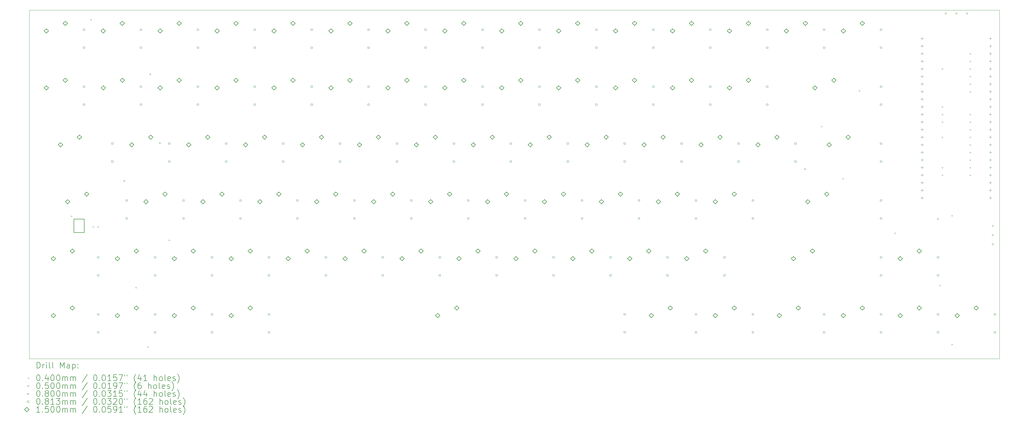
<source format=gbr>
%TF.GenerationSoftware,KiCad,Pcbnew,7.0.10*%
%TF.CreationDate,2024-01-23T22:18:14-03:00*%
%TF.ProjectId,PCB,5043422e-6b69-4636-9164-5f7063625858,V1.0*%
%TF.SameCoordinates,Original*%
%TF.FileFunction,Drillmap*%
%TF.FilePolarity,Positive*%
%FSLAX45Y45*%
G04 Gerber Fmt 4.5, Leading zero omitted, Abs format (unit mm)*
G04 Created by KiCad (PCBNEW 7.0.10) date 2024-01-23 22:18:14*
%MOMM*%
%LPD*%
G01*
G04 APERTURE LIST*
%ADD10C,0.100000*%
%ADD11C,0.150000*%
%ADD12C,0.200000*%
G04 APERTURE END LIST*
D10*
X2857500Y-2857500D02*
X35321875Y-2857500D01*
X35321875Y-14525625D01*
X2857500Y-14525625D01*
X2857500Y-2857500D01*
D11*
X4699375Y-9847500D02*
X4699375Y-10297500D01*
X4699375Y-9847500D02*
X4349375Y-9847500D01*
X4349375Y-10297500D02*
X4699375Y-10297500D01*
X4349375Y-9847500D02*
X4349375Y-10297500D01*
D12*
D10*
X4251611Y-9731316D02*
X4291611Y-9771316D01*
X4291611Y-9731316D02*
X4251611Y-9771316D01*
X4901250Y-3155000D02*
X4941250Y-3195000D01*
X4941250Y-3155000D02*
X4901250Y-3195000D01*
X4977455Y-10090335D02*
X5017455Y-10130335D01*
X5017455Y-10090335D02*
X4977455Y-10130335D01*
X5139375Y-10090610D02*
X5179375Y-10130610D01*
X5179375Y-10090610D02*
X5139375Y-10130610D01*
X6012500Y-8552500D02*
X6052500Y-8592500D01*
X6052500Y-8552500D02*
X6012500Y-8592500D01*
X6409375Y-12124375D02*
X6449375Y-12164375D01*
X6449375Y-12124375D02*
X6409375Y-12164375D01*
X6806250Y-14108750D02*
X6846250Y-14148750D01*
X6846250Y-14108750D02*
X6806250Y-14148750D01*
X6885625Y-4980625D02*
X6925625Y-5020625D01*
X6925625Y-4980625D02*
X6885625Y-5020625D01*
X7203125Y-7282500D02*
X7243125Y-7322500D01*
X7243125Y-7282500D02*
X7203125Y-7322500D01*
X7520625Y-10536875D02*
X7560625Y-10576875D01*
X7560625Y-10536875D02*
X7520625Y-10576875D01*
X28793125Y-8155625D02*
X28833125Y-8195625D01*
X28833125Y-8155625D02*
X28793125Y-8195625D01*
X29348750Y-6726875D02*
X29388750Y-6766875D01*
X29388750Y-6726875D02*
X29348750Y-6766875D01*
X30063125Y-8473125D02*
X30103125Y-8513125D01*
X30103125Y-8473125D02*
X30063125Y-8513125D01*
X30618750Y-5536250D02*
X30658750Y-5576250D01*
X30658750Y-5536250D02*
X30618750Y-5576250D01*
X31809375Y-10298750D02*
X31849375Y-10338750D01*
X31849375Y-10298750D02*
X31809375Y-10338750D01*
X33238125Y-9822500D02*
X33278125Y-9862500D01*
X33278125Y-9822500D02*
X33238125Y-9862500D01*
X33317500Y-12045000D02*
X33357500Y-12085000D01*
X33357500Y-12045000D02*
X33317500Y-12085000D01*
X33396050Y-4806000D02*
X33436050Y-4846000D01*
X33436050Y-4806000D02*
X33396050Y-4846000D01*
X33396050Y-6076000D02*
X33436050Y-6116000D01*
X33436050Y-6076000D02*
X33396050Y-6116000D01*
X33396050Y-6330000D02*
X33436050Y-6370000D01*
X33436050Y-6330000D02*
X33396050Y-6370000D01*
X33396050Y-6584000D02*
X33436050Y-6624000D01*
X33436050Y-6584000D02*
X33396050Y-6624000D01*
X33396050Y-7092000D02*
X33436050Y-7132000D01*
X33436050Y-7092000D02*
X33396050Y-7132000D01*
X33396050Y-8108000D02*
X33436050Y-8148000D01*
X33436050Y-8108000D02*
X33396050Y-8148000D01*
X33396050Y-8362000D02*
X33436050Y-8402000D01*
X33436050Y-8362000D02*
X33396050Y-8402000D01*
X33714375Y-9719375D02*
X33754375Y-9759375D01*
X33754375Y-9719375D02*
X33714375Y-9759375D01*
X33714375Y-14029375D02*
X33754375Y-14069375D01*
X33754375Y-14029375D02*
X33714375Y-14069375D01*
X34325625Y-4298380D02*
X34365625Y-4338380D01*
X34365625Y-4298380D02*
X34325625Y-4338380D01*
X34325625Y-4552380D02*
X34365625Y-4592380D01*
X34365625Y-4552380D02*
X34325625Y-4592380D01*
X34325625Y-4806380D02*
X34365625Y-4846380D01*
X34365625Y-4806380D02*
X34325625Y-4846380D01*
X34325625Y-5060380D02*
X34365625Y-5100380D01*
X34365625Y-5060380D02*
X34325625Y-5100380D01*
X34325625Y-5314380D02*
X34365625Y-5354380D01*
X34365625Y-5314380D02*
X34325625Y-5354380D01*
X34325625Y-5568380D02*
X34365625Y-5608380D01*
X34365625Y-5568380D02*
X34325625Y-5608380D01*
X34325625Y-6330380D02*
X34365625Y-6370380D01*
X34365625Y-6330380D02*
X34325625Y-6370380D01*
X34325625Y-6584380D02*
X34365625Y-6624380D01*
X34365625Y-6584380D02*
X34325625Y-6624380D01*
X34325625Y-6838380D02*
X34365625Y-6878380D01*
X34365625Y-6838380D02*
X34325625Y-6878380D01*
X34325625Y-7092380D02*
X34365625Y-7132380D01*
X34365625Y-7092380D02*
X34325625Y-7132380D01*
X34325625Y-7346380D02*
X34365625Y-7386380D01*
X34365625Y-7346380D02*
X34325625Y-7386380D01*
X34325625Y-7600380D02*
X34365625Y-7640380D01*
X34365625Y-7600380D02*
X34325625Y-7640380D01*
X34325625Y-7854380D02*
X34365625Y-7894380D01*
X34365625Y-7854380D02*
X34325625Y-7894380D01*
X34325625Y-8108380D02*
X34365625Y-8148380D01*
X34365625Y-8108380D02*
X34325625Y-8148380D01*
X34325625Y-8362380D02*
X34365625Y-8402380D01*
X34365625Y-8362380D02*
X34325625Y-8402380D01*
X33553000Y-2971800D02*
G75*
G03*
X33503000Y-2971800I-25000J0D01*
G01*
X33503000Y-2971800D02*
G75*
G03*
X33553000Y-2971800I25000J0D01*
G01*
X33908600Y-2971800D02*
G75*
G03*
X33858600Y-2971800I-25000J0D01*
G01*
X33858600Y-2971800D02*
G75*
G03*
X33908600Y-2971800I25000J0D01*
G01*
X34264200Y-2971800D02*
G75*
G03*
X34214200Y-2971800I-25000J0D01*
G01*
X34214200Y-2971800D02*
G75*
G03*
X34264200Y-2971800I25000J0D01*
G01*
X35127800Y-10080625D02*
G75*
G03*
X35077800Y-10080625I-25000J0D01*
G01*
X35077800Y-10080625D02*
G75*
G03*
X35127800Y-10080625I25000J0D01*
G01*
X35127800Y-10388600D02*
G75*
G03*
X35077800Y-10388600I-25000J0D01*
G01*
X35077800Y-10388600D02*
G75*
G03*
X35127800Y-10388600I25000J0D01*
G01*
X35127800Y-10693400D02*
G75*
G03*
X35077800Y-10693400I-25000J0D01*
G01*
X35077800Y-10693400D02*
G75*
G03*
X35127800Y-10693400I25000J0D01*
G01*
X32733273Y-3765588D02*
X32733273Y-3845588D01*
X32693273Y-3805588D02*
X32773273Y-3805588D01*
X32733273Y-4019588D02*
X32733273Y-4099588D01*
X32693273Y-4059588D02*
X32773273Y-4059588D01*
X32733273Y-4273588D02*
X32733273Y-4353588D01*
X32693273Y-4313588D02*
X32773273Y-4313588D01*
X32733273Y-4527588D02*
X32733273Y-4607588D01*
X32693273Y-4567588D02*
X32773273Y-4567588D01*
X32733273Y-4781588D02*
X32733273Y-4861588D01*
X32693273Y-4821588D02*
X32773273Y-4821588D01*
X32733273Y-5035588D02*
X32733273Y-5115588D01*
X32693273Y-5075588D02*
X32773273Y-5075588D01*
X32733273Y-5289588D02*
X32733273Y-5369588D01*
X32693273Y-5329588D02*
X32773273Y-5329588D01*
X32733273Y-5543588D02*
X32733273Y-5623588D01*
X32693273Y-5583588D02*
X32773273Y-5583588D01*
X32733273Y-5797588D02*
X32733273Y-5877588D01*
X32693273Y-5837588D02*
X32773273Y-5837588D01*
X32733273Y-6051588D02*
X32733273Y-6131588D01*
X32693273Y-6091588D02*
X32773273Y-6091588D01*
X32733273Y-6305588D02*
X32733273Y-6385588D01*
X32693273Y-6345588D02*
X32773273Y-6345588D01*
X32733273Y-6559588D02*
X32733273Y-6639588D01*
X32693273Y-6599588D02*
X32773273Y-6599588D01*
X32733273Y-6813588D02*
X32733273Y-6893588D01*
X32693273Y-6853588D02*
X32773273Y-6853588D01*
X32733273Y-7067588D02*
X32733273Y-7147588D01*
X32693273Y-7107588D02*
X32773273Y-7107588D01*
X32733273Y-7321588D02*
X32733273Y-7401588D01*
X32693273Y-7361588D02*
X32773273Y-7361588D01*
X32733273Y-7575588D02*
X32733273Y-7655588D01*
X32693273Y-7615588D02*
X32773273Y-7615588D01*
X32733273Y-7829588D02*
X32733273Y-7909588D01*
X32693273Y-7869588D02*
X32773273Y-7869588D01*
X32733273Y-8083588D02*
X32733273Y-8163588D01*
X32693273Y-8123588D02*
X32773273Y-8123588D01*
X32733273Y-8337588D02*
X32733273Y-8417588D01*
X32693273Y-8377588D02*
X32773273Y-8377588D01*
X32733273Y-8591588D02*
X32733273Y-8671588D01*
X32693273Y-8631588D02*
X32773273Y-8631588D01*
X32733273Y-8845588D02*
X32733273Y-8925588D01*
X32693273Y-8885588D02*
X32773273Y-8885588D01*
X32733273Y-9099588D02*
X32733273Y-9179588D01*
X32693273Y-9139588D02*
X32773273Y-9139588D01*
X35019273Y-4527588D02*
X35019273Y-4607588D01*
X34979273Y-4567588D02*
X35059273Y-4567588D01*
X35019273Y-4781588D02*
X35019273Y-4861588D01*
X34979273Y-4821588D02*
X35059273Y-4821588D01*
X35019273Y-5035588D02*
X35019273Y-5115588D01*
X34979273Y-5075588D02*
X35059273Y-5075588D01*
X35019273Y-5289588D02*
X35019273Y-5369588D01*
X34979273Y-5329588D02*
X35059273Y-5329588D01*
X35019273Y-5543588D02*
X35019273Y-5623588D01*
X34979273Y-5583588D02*
X35059273Y-5583588D01*
X35019273Y-5797588D02*
X35019273Y-5877588D01*
X34979273Y-5837588D02*
X35059273Y-5837588D01*
X35019273Y-6051588D02*
X35019273Y-6131588D01*
X34979273Y-6091588D02*
X35059273Y-6091588D01*
X35019273Y-6305588D02*
X35019273Y-6385588D01*
X34979273Y-6345588D02*
X35059273Y-6345588D01*
X35019273Y-6559588D02*
X35019273Y-6639588D01*
X34979273Y-6599588D02*
X35059273Y-6599588D01*
X35019273Y-6813588D02*
X35019273Y-6893588D01*
X34979273Y-6853588D02*
X35059273Y-6853588D01*
X35019273Y-7067588D02*
X35019273Y-7147588D01*
X34979273Y-7107588D02*
X35059273Y-7107588D01*
X35019273Y-7321588D02*
X35019273Y-7401588D01*
X34979273Y-7361588D02*
X35059273Y-7361588D01*
X35019273Y-7575588D02*
X35019273Y-7655588D01*
X34979273Y-7615588D02*
X35059273Y-7615588D01*
X35019273Y-7829588D02*
X35019273Y-7909588D01*
X34979273Y-7869588D02*
X35059273Y-7869588D01*
X35019273Y-8083588D02*
X35019273Y-8163588D01*
X34979273Y-8123588D02*
X35059273Y-8123588D01*
X35019273Y-8337588D02*
X35019273Y-8417588D01*
X34979273Y-8377588D02*
X35059273Y-8377588D01*
X35019273Y-8591588D02*
X35019273Y-8671588D01*
X34979273Y-8631588D02*
X35059273Y-8631588D01*
X35019273Y-8845588D02*
X35019273Y-8925588D01*
X34979273Y-8885588D02*
X35059273Y-8885588D01*
X35019273Y-9099588D02*
X35019273Y-9179588D01*
X34979273Y-9139588D02*
X35059273Y-9139588D01*
X35019641Y-3765860D02*
X35019641Y-3845860D01*
X34979641Y-3805860D02*
X35059641Y-3805860D01*
X35019641Y-4019860D02*
X35019641Y-4099860D01*
X34979641Y-4059860D02*
X35059641Y-4059860D01*
X35019641Y-4273860D02*
X35019641Y-4353860D01*
X34979641Y-4313860D02*
X35059641Y-4313860D01*
X4711862Y-3538737D02*
X4711862Y-3481263D01*
X4654388Y-3481263D01*
X4654388Y-3538737D01*
X4711862Y-3538737D01*
X4711862Y-4138737D02*
X4711862Y-4081263D01*
X4654388Y-4081263D01*
X4654388Y-4138737D01*
X4711862Y-4138737D01*
X4711862Y-5443737D02*
X4711862Y-5386263D01*
X4654388Y-5386263D01*
X4654388Y-5443737D01*
X4711862Y-5443737D01*
X4711862Y-6043737D02*
X4711862Y-5986263D01*
X4654388Y-5986263D01*
X4654388Y-6043737D01*
X4711862Y-6043737D01*
X5188112Y-11158737D02*
X5188112Y-11101263D01*
X5130638Y-11101263D01*
X5130638Y-11158737D01*
X5188112Y-11158737D01*
X5188112Y-11758737D02*
X5188112Y-11701263D01*
X5130638Y-11701263D01*
X5130638Y-11758737D01*
X5188112Y-11758737D01*
X5188112Y-13063737D02*
X5188112Y-13006263D01*
X5130638Y-13006263D01*
X5130638Y-13063737D01*
X5188112Y-13063737D01*
X5188112Y-13663737D02*
X5188112Y-13606263D01*
X5130638Y-13606263D01*
X5130638Y-13663737D01*
X5188112Y-13663737D01*
X5664362Y-7348737D02*
X5664362Y-7291263D01*
X5606888Y-7291263D01*
X5606888Y-7348737D01*
X5664362Y-7348737D01*
X5664362Y-7948737D02*
X5664362Y-7891263D01*
X5606888Y-7891263D01*
X5606888Y-7948737D01*
X5664362Y-7948737D01*
X6140612Y-9253737D02*
X6140612Y-9196263D01*
X6083138Y-9196263D01*
X6083138Y-9253737D01*
X6140612Y-9253737D01*
X6140612Y-9853737D02*
X6140612Y-9796263D01*
X6083138Y-9796263D01*
X6083138Y-9853737D01*
X6140612Y-9853737D01*
X6616862Y-3538737D02*
X6616862Y-3481263D01*
X6559388Y-3481263D01*
X6559388Y-3538737D01*
X6616862Y-3538737D01*
X6616862Y-4138737D02*
X6616862Y-4081263D01*
X6559388Y-4081263D01*
X6559388Y-4138737D01*
X6616862Y-4138737D01*
X6616862Y-5443737D02*
X6616862Y-5386263D01*
X6559388Y-5386263D01*
X6559388Y-5443737D01*
X6616862Y-5443737D01*
X6616862Y-6043737D02*
X6616862Y-5986263D01*
X6559388Y-5986263D01*
X6559388Y-6043737D01*
X6616862Y-6043737D01*
X7093112Y-11158737D02*
X7093112Y-11101263D01*
X7035638Y-11101263D01*
X7035638Y-11158737D01*
X7093112Y-11158737D01*
X7093112Y-11758737D02*
X7093112Y-11701263D01*
X7035638Y-11701263D01*
X7035638Y-11758737D01*
X7093112Y-11758737D01*
X7093112Y-13063737D02*
X7093112Y-13006263D01*
X7035638Y-13006263D01*
X7035638Y-13063737D01*
X7093112Y-13063737D01*
X7093112Y-13663737D02*
X7093112Y-13606263D01*
X7035638Y-13606263D01*
X7035638Y-13663737D01*
X7093112Y-13663737D01*
X7569362Y-7348737D02*
X7569362Y-7291263D01*
X7511888Y-7291263D01*
X7511888Y-7348737D01*
X7569362Y-7348737D01*
X7569362Y-7948737D02*
X7569362Y-7891263D01*
X7511888Y-7891263D01*
X7511888Y-7948737D01*
X7569362Y-7948737D01*
X8045612Y-9253737D02*
X8045612Y-9196263D01*
X7988138Y-9196263D01*
X7988138Y-9253737D01*
X8045612Y-9253737D01*
X8045612Y-9853737D02*
X8045612Y-9796263D01*
X7988138Y-9796263D01*
X7988138Y-9853737D01*
X8045612Y-9853737D01*
X8521862Y-3538737D02*
X8521862Y-3481263D01*
X8464388Y-3481263D01*
X8464388Y-3538737D01*
X8521862Y-3538737D01*
X8521862Y-4138737D02*
X8521862Y-4081263D01*
X8464388Y-4081263D01*
X8464388Y-4138737D01*
X8521862Y-4138737D01*
X8521862Y-5443737D02*
X8521862Y-5386263D01*
X8464388Y-5386263D01*
X8464388Y-5443737D01*
X8521862Y-5443737D01*
X8521862Y-6043737D02*
X8521862Y-5986263D01*
X8464388Y-5986263D01*
X8464388Y-6043737D01*
X8521862Y-6043737D01*
X8998112Y-11158737D02*
X8998112Y-11101263D01*
X8940638Y-11101263D01*
X8940638Y-11158737D01*
X8998112Y-11158737D01*
X8998112Y-11758737D02*
X8998112Y-11701263D01*
X8940638Y-11701263D01*
X8940638Y-11758737D01*
X8998112Y-11758737D01*
X8998112Y-13063737D02*
X8998112Y-13006263D01*
X8940638Y-13006263D01*
X8940638Y-13063737D01*
X8998112Y-13063737D01*
X8998112Y-13663737D02*
X8998112Y-13606263D01*
X8940638Y-13606263D01*
X8940638Y-13663737D01*
X8998112Y-13663737D01*
X9474362Y-7348737D02*
X9474362Y-7291263D01*
X9416888Y-7291263D01*
X9416888Y-7348737D01*
X9474362Y-7348737D01*
X9474362Y-7948737D02*
X9474362Y-7891263D01*
X9416888Y-7891263D01*
X9416888Y-7948737D01*
X9474362Y-7948737D01*
X9950612Y-9253737D02*
X9950612Y-9196263D01*
X9893138Y-9196263D01*
X9893138Y-9253737D01*
X9950612Y-9253737D01*
X9950612Y-9853737D02*
X9950612Y-9796263D01*
X9893138Y-9796263D01*
X9893138Y-9853737D01*
X9950612Y-9853737D01*
X10426862Y-3538737D02*
X10426862Y-3481263D01*
X10369388Y-3481263D01*
X10369388Y-3538737D01*
X10426862Y-3538737D01*
X10426862Y-4138737D02*
X10426862Y-4081263D01*
X10369388Y-4081263D01*
X10369388Y-4138737D01*
X10426862Y-4138737D01*
X10426862Y-5443737D02*
X10426862Y-5386263D01*
X10369388Y-5386263D01*
X10369388Y-5443737D01*
X10426862Y-5443737D01*
X10426862Y-6043737D02*
X10426862Y-5986263D01*
X10369388Y-5986263D01*
X10369388Y-6043737D01*
X10426862Y-6043737D01*
X10903112Y-11158737D02*
X10903112Y-11101263D01*
X10845638Y-11101263D01*
X10845638Y-11158737D01*
X10903112Y-11158737D01*
X10903112Y-11758737D02*
X10903112Y-11701263D01*
X10845638Y-11701263D01*
X10845638Y-11758737D01*
X10903112Y-11758737D01*
X10903112Y-13063737D02*
X10903112Y-13006263D01*
X10845638Y-13006263D01*
X10845638Y-13063737D01*
X10903112Y-13063737D01*
X10903112Y-13663737D02*
X10903112Y-13606263D01*
X10845638Y-13606263D01*
X10845638Y-13663737D01*
X10903112Y-13663737D01*
X11379362Y-7348737D02*
X11379362Y-7291263D01*
X11321888Y-7291263D01*
X11321888Y-7348737D01*
X11379362Y-7348737D01*
X11379362Y-7948737D02*
X11379362Y-7891263D01*
X11321888Y-7891263D01*
X11321888Y-7948737D01*
X11379362Y-7948737D01*
X11855612Y-9253737D02*
X11855612Y-9196263D01*
X11798138Y-9196263D01*
X11798138Y-9253737D01*
X11855612Y-9253737D01*
X11855612Y-9853737D02*
X11855612Y-9796263D01*
X11798138Y-9796263D01*
X11798138Y-9853737D01*
X11855612Y-9853737D01*
X12331862Y-3538737D02*
X12331862Y-3481263D01*
X12274388Y-3481263D01*
X12274388Y-3538737D01*
X12331862Y-3538737D01*
X12331862Y-4138737D02*
X12331862Y-4081263D01*
X12274388Y-4081263D01*
X12274388Y-4138737D01*
X12331862Y-4138737D01*
X12331862Y-5443737D02*
X12331862Y-5386263D01*
X12274388Y-5386263D01*
X12274388Y-5443737D01*
X12331862Y-5443737D01*
X12331862Y-6043737D02*
X12331862Y-5986263D01*
X12274388Y-5986263D01*
X12274388Y-6043737D01*
X12331862Y-6043737D01*
X12808112Y-11158737D02*
X12808112Y-11101263D01*
X12750638Y-11101263D01*
X12750638Y-11158737D01*
X12808112Y-11158737D01*
X12808112Y-11758737D02*
X12808112Y-11701263D01*
X12750638Y-11701263D01*
X12750638Y-11758737D01*
X12808112Y-11758737D01*
X13284362Y-7348737D02*
X13284362Y-7291263D01*
X13226888Y-7291263D01*
X13226888Y-7348737D01*
X13284362Y-7348737D01*
X13284362Y-7948737D02*
X13284362Y-7891263D01*
X13226888Y-7891263D01*
X13226888Y-7948737D01*
X13284362Y-7948737D01*
X13760612Y-9253737D02*
X13760612Y-9196263D01*
X13703138Y-9196263D01*
X13703138Y-9253737D01*
X13760612Y-9253737D01*
X13760612Y-9853737D02*
X13760612Y-9796263D01*
X13703138Y-9796263D01*
X13703138Y-9853737D01*
X13760612Y-9853737D01*
X14236862Y-3538737D02*
X14236862Y-3481263D01*
X14179388Y-3481263D01*
X14179388Y-3538737D01*
X14236862Y-3538737D01*
X14236862Y-4138737D02*
X14236862Y-4081263D01*
X14179388Y-4081263D01*
X14179388Y-4138737D01*
X14236862Y-4138737D01*
X14236862Y-5443737D02*
X14236862Y-5386263D01*
X14179388Y-5386263D01*
X14179388Y-5443737D01*
X14236862Y-5443737D01*
X14236862Y-6043737D02*
X14236862Y-5986263D01*
X14179388Y-5986263D01*
X14179388Y-6043737D01*
X14236862Y-6043737D01*
X14713112Y-11158737D02*
X14713112Y-11101263D01*
X14655638Y-11101263D01*
X14655638Y-11158737D01*
X14713112Y-11158737D01*
X14713112Y-11758737D02*
X14713112Y-11701263D01*
X14655638Y-11701263D01*
X14655638Y-11758737D01*
X14713112Y-11758737D01*
X15189362Y-7348737D02*
X15189362Y-7291263D01*
X15131888Y-7291263D01*
X15131888Y-7348737D01*
X15189362Y-7348737D01*
X15189362Y-7948737D02*
X15189362Y-7891263D01*
X15131888Y-7891263D01*
X15131888Y-7948737D01*
X15189362Y-7948737D01*
X15665612Y-9253737D02*
X15665612Y-9196263D01*
X15608138Y-9196263D01*
X15608138Y-9253737D01*
X15665612Y-9253737D01*
X15665612Y-9853737D02*
X15665612Y-9796263D01*
X15608138Y-9796263D01*
X15608138Y-9853737D01*
X15665612Y-9853737D01*
X16141862Y-3538737D02*
X16141862Y-3481263D01*
X16084388Y-3481263D01*
X16084388Y-3538737D01*
X16141862Y-3538737D01*
X16141862Y-4138737D02*
X16141862Y-4081263D01*
X16084388Y-4081263D01*
X16084388Y-4138737D01*
X16141862Y-4138737D01*
X16141862Y-5443737D02*
X16141862Y-5386263D01*
X16084388Y-5386263D01*
X16084388Y-5443737D01*
X16141862Y-5443737D01*
X16141862Y-6043737D02*
X16141862Y-5986263D01*
X16084388Y-5986263D01*
X16084388Y-6043737D01*
X16141862Y-6043737D01*
X16618112Y-11158737D02*
X16618112Y-11101263D01*
X16560638Y-11101263D01*
X16560638Y-11158737D01*
X16618112Y-11158737D01*
X16618112Y-11758737D02*
X16618112Y-11701263D01*
X16560638Y-11701263D01*
X16560638Y-11758737D01*
X16618112Y-11758737D01*
X17094362Y-7348737D02*
X17094362Y-7291263D01*
X17036888Y-7291263D01*
X17036888Y-7348737D01*
X17094362Y-7348737D01*
X17094362Y-7948737D02*
X17094362Y-7891263D01*
X17036888Y-7891263D01*
X17036888Y-7948737D01*
X17094362Y-7948737D01*
X17570612Y-9253737D02*
X17570612Y-9196263D01*
X17513138Y-9196263D01*
X17513138Y-9253737D01*
X17570612Y-9253737D01*
X17570612Y-9853737D02*
X17570612Y-9796263D01*
X17513138Y-9796263D01*
X17513138Y-9853737D01*
X17570612Y-9853737D01*
X18046862Y-3538737D02*
X18046862Y-3481263D01*
X17989388Y-3481263D01*
X17989388Y-3538737D01*
X18046862Y-3538737D01*
X18046862Y-4138737D02*
X18046862Y-4081263D01*
X17989388Y-4081263D01*
X17989388Y-4138737D01*
X18046862Y-4138737D01*
X18046862Y-5443737D02*
X18046862Y-5386263D01*
X17989388Y-5386263D01*
X17989388Y-5443737D01*
X18046862Y-5443737D01*
X18046862Y-6043737D02*
X18046862Y-5986263D01*
X17989388Y-5986263D01*
X17989388Y-6043737D01*
X18046862Y-6043737D01*
X18523112Y-11158737D02*
X18523112Y-11101263D01*
X18465638Y-11101263D01*
X18465638Y-11158737D01*
X18523112Y-11158737D01*
X18523112Y-11758737D02*
X18523112Y-11701263D01*
X18465638Y-11701263D01*
X18465638Y-11758737D01*
X18523112Y-11758737D01*
X18999362Y-7348737D02*
X18999362Y-7291263D01*
X18941888Y-7291263D01*
X18941888Y-7348737D01*
X18999362Y-7348737D01*
X18999362Y-7948737D02*
X18999362Y-7891263D01*
X18941888Y-7891263D01*
X18941888Y-7948737D01*
X18999362Y-7948737D01*
X19475612Y-9253737D02*
X19475612Y-9196263D01*
X19418138Y-9196263D01*
X19418138Y-9253737D01*
X19475612Y-9253737D01*
X19475612Y-9853737D02*
X19475612Y-9796263D01*
X19418138Y-9796263D01*
X19418138Y-9853737D01*
X19475612Y-9853737D01*
X19951862Y-3538737D02*
X19951862Y-3481263D01*
X19894388Y-3481263D01*
X19894388Y-3538737D01*
X19951862Y-3538737D01*
X19951862Y-4138737D02*
X19951862Y-4081263D01*
X19894388Y-4081263D01*
X19894388Y-4138737D01*
X19951862Y-4138737D01*
X19951862Y-5443737D02*
X19951862Y-5386263D01*
X19894388Y-5386263D01*
X19894388Y-5443737D01*
X19951862Y-5443737D01*
X19951862Y-6043737D02*
X19951862Y-5986263D01*
X19894388Y-5986263D01*
X19894388Y-6043737D01*
X19951862Y-6043737D01*
X20428112Y-11158737D02*
X20428112Y-11101263D01*
X20370638Y-11101263D01*
X20370638Y-11158737D01*
X20428112Y-11158737D01*
X20428112Y-11758737D02*
X20428112Y-11701263D01*
X20370638Y-11701263D01*
X20370638Y-11758737D01*
X20428112Y-11758737D01*
X20904362Y-7348737D02*
X20904362Y-7291263D01*
X20846888Y-7291263D01*
X20846888Y-7348737D01*
X20904362Y-7348737D01*
X20904362Y-7948737D02*
X20904362Y-7891263D01*
X20846888Y-7891263D01*
X20846888Y-7948737D01*
X20904362Y-7948737D01*
X21380612Y-9253737D02*
X21380612Y-9196263D01*
X21323138Y-9196263D01*
X21323138Y-9253737D01*
X21380612Y-9253737D01*
X21380612Y-9853737D02*
X21380612Y-9796263D01*
X21323138Y-9796263D01*
X21323138Y-9853737D01*
X21380612Y-9853737D01*
X21856862Y-3538737D02*
X21856862Y-3481263D01*
X21799388Y-3481263D01*
X21799388Y-3538737D01*
X21856862Y-3538737D01*
X21856862Y-4138737D02*
X21856862Y-4081263D01*
X21799388Y-4081263D01*
X21799388Y-4138737D01*
X21856862Y-4138737D01*
X21856862Y-5443737D02*
X21856862Y-5386263D01*
X21799388Y-5386263D01*
X21799388Y-5443737D01*
X21856862Y-5443737D01*
X21856862Y-6043737D02*
X21856862Y-5986263D01*
X21799388Y-5986263D01*
X21799388Y-6043737D01*
X21856862Y-6043737D01*
X22333112Y-11158737D02*
X22333112Y-11101263D01*
X22275638Y-11101263D01*
X22275638Y-11158737D01*
X22333112Y-11158737D01*
X22333112Y-11758737D02*
X22333112Y-11701263D01*
X22275638Y-11701263D01*
X22275638Y-11758737D01*
X22333112Y-11758737D01*
X22809362Y-7348737D02*
X22809362Y-7291263D01*
X22751888Y-7291263D01*
X22751888Y-7348737D01*
X22809362Y-7348737D01*
X22809362Y-7948737D02*
X22809362Y-7891263D01*
X22751888Y-7891263D01*
X22751888Y-7948737D01*
X22809362Y-7948737D01*
X22809362Y-13063737D02*
X22809362Y-13006263D01*
X22751888Y-13006263D01*
X22751888Y-13063737D01*
X22809362Y-13063737D01*
X22809362Y-13663737D02*
X22809362Y-13606263D01*
X22751888Y-13606263D01*
X22751888Y-13663737D01*
X22809362Y-13663737D01*
X23285612Y-9253737D02*
X23285612Y-9196263D01*
X23228138Y-9196263D01*
X23228138Y-9253737D01*
X23285612Y-9253737D01*
X23285612Y-9853737D02*
X23285612Y-9796263D01*
X23228138Y-9796263D01*
X23228138Y-9853737D01*
X23285612Y-9853737D01*
X23761862Y-3538737D02*
X23761862Y-3481263D01*
X23704388Y-3481263D01*
X23704388Y-3538737D01*
X23761862Y-3538737D01*
X23761862Y-4138737D02*
X23761862Y-4081263D01*
X23704388Y-4081263D01*
X23704388Y-4138737D01*
X23761862Y-4138737D01*
X23761862Y-5443737D02*
X23761862Y-5386263D01*
X23704388Y-5386263D01*
X23704388Y-5443737D01*
X23761862Y-5443737D01*
X23761862Y-6043737D02*
X23761862Y-5986263D01*
X23704388Y-5986263D01*
X23704388Y-6043737D01*
X23761862Y-6043737D01*
X24238112Y-11158737D02*
X24238112Y-11101263D01*
X24180638Y-11101263D01*
X24180638Y-11158737D01*
X24238112Y-11158737D01*
X24238112Y-11758737D02*
X24238112Y-11701263D01*
X24180638Y-11701263D01*
X24180638Y-11758737D01*
X24238112Y-11758737D01*
X24714362Y-7348737D02*
X24714362Y-7291263D01*
X24656888Y-7291263D01*
X24656888Y-7348737D01*
X24714362Y-7348737D01*
X24714362Y-7948737D02*
X24714362Y-7891263D01*
X24656888Y-7891263D01*
X24656888Y-7948737D01*
X24714362Y-7948737D01*
X25190612Y-9253737D02*
X25190612Y-9196263D01*
X25133138Y-9196263D01*
X25133138Y-9253737D01*
X25190612Y-9253737D01*
X25190612Y-9853737D02*
X25190612Y-9796263D01*
X25133138Y-9796263D01*
X25133138Y-9853737D01*
X25190612Y-9853737D01*
X25190612Y-13063737D02*
X25190612Y-13006263D01*
X25133138Y-13006263D01*
X25133138Y-13063737D01*
X25190612Y-13063737D01*
X25190612Y-13663737D02*
X25190612Y-13606263D01*
X25133138Y-13606263D01*
X25133138Y-13663737D01*
X25190612Y-13663737D01*
X25666862Y-3538737D02*
X25666862Y-3481263D01*
X25609388Y-3481263D01*
X25609388Y-3538737D01*
X25666862Y-3538737D01*
X25666862Y-4138737D02*
X25666862Y-4081263D01*
X25609388Y-4081263D01*
X25609388Y-4138737D01*
X25666862Y-4138737D01*
X25666862Y-5443737D02*
X25666862Y-5386263D01*
X25609388Y-5386263D01*
X25609388Y-5443737D01*
X25666862Y-5443737D01*
X25666862Y-6043737D02*
X25666862Y-5986263D01*
X25609388Y-5986263D01*
X25609388Y-6043737D01*
X25666862Y-6043737D01*
X26143112Y-11158737D02*
X26143112Y-11101263D01*
X26085638Y-11101263D01*
X26085638Y-11158737D01*
X26143112Y-11158737D01*
X26143112Y-11758737D02*
X26143112Y-11701263D01*
X26085638Y-11701263D01*
X26085638Y-11758737D01*
X26143112Y-11758737D01*
X26619362Y-7348737D02*
X26619362Y-7291263D01*
X26561888Y-7291263D01*
X26561888Y-7348737D01*
X26619362Y-7348737D01*
X26619362Y-7948737D02*
X26619362Y-7891263D01*
X26561888Y-7891263D01*
X26561888Y-7948737D01*
X26619362Y-7948737D01*
X27095612Y-9253737D02*
X27095612Y-9196263D01*
X27038138Y-9196263D01*
X27038138Y-9253737D01*
X27095612Y-9253737D01*
X27095612Y-9853737D02*
X27095612Y-9796263D01*
X27038138Y-9796263D01*
X27038138Y-9853737D01*
X27095612Y-9853737D01*
X27095612Y-13063737D02*
X27095612Y-13006263D01*
X27038138Y-13006263D01*
X27038138Y-13063737D01*
X27095612Y-13063737D01*
X27095612Y-13663737D02*
X27095612Y-13606263D01*
X27038138Y-13606263D01*
X27038138Y-13663737D01*
X27095612Y-13663737D01*
X27571862Y-3538737D02*
X27571862Y-3481263D01*
X27514388Y-3481263D01*
X27514388Y-3538737D01*
X27571862Y-3538737D01*
X27571862Y-4138737D02*
X27571862Y-4081263D01*
X27514388Y-4081263D01*
X27514388Y-4138737D01*
X27571862Y-4138737D01*
X27571862Y-5443737D02*
X27571862Y-5386263D01*
X27514388Y-5386263D01*
X27514388Y-5443737D01*
X27571862Y-5443737D01*
X27571862Y-6043737D02*
X27571862Y-5986263D01*
X27514388Y-5986263D01*
X27514388Y-6043737D01*
X27571862Y-6043737D01*
X28524362Y-7348737D02*
X28524362Y-7291263D01*
X28466888Y-7291263D01*
X28466888Y-7348737D01*
X28524362Y-7348737D01*
X28524362Y-7948737D02*
X28524362Y-7891263D01*
X28466888Y-7891263D01*
X28466888Y-7948737D01*
X28524362Y-7948737D01*
X29476862Y-3538737D02*
X29476862Y-3481263D01*
X29419388Y-3481263D01*
X29419388Y-3538737D01*
X29476862Y-3538737D01*
X29476862Y-4138737D02*
X29476862Y-4081263D01*
X29419388Y-4081263D01*
X29419388Y-4138737D01*
X29476862Y-4138737D01*
X29476862Y-13063737D02*
X29476862Y-13006263D01*
X29419388Y-13006263D01*
X29419388Y-13063737D01*
X29476862Y-13063737D01*
X29476862Y-13663737D02*
X29476862Y-13606263D01*
X29419388Y-13606263D01*
X29419388Y-13663737D01*
X29476862Y-13663737D01*
X31381862Y-3538737D02*
X31381862Y-3481263D01*
X31324388Y-3481263D01*
X31324388Y-3538737D01*
X31381862Y-3538737D01*
X31381862Y-4138737D02*
X31381862Y-4081263D01*
X31324388Y-4081263D01*
X31324388Y-4138737D01*
X31381862Y-4138737D01*
X31381862Y-5443737D02*
X31381862Y-5386263D01*
X31324388Y-5386263D01*
X31324388Y-5443737D01*
X31381862Y-5443737D01*
X31381862Y-6043737D02*
X31381862Y-5986263D01*
X31324388Y-5986263D01*
X31324388Y-6043737D01*
X31381862Y-6043737D01*
X31381862Y-7348737D02*
X31381862Y-7291263D01*
X31324388Y-7291263D01*
X31324388Y-7348737D01*
X31381862Y-7348737D01*
X31381862Y-7948737D02*
X31381862Y-7891263D01*
X31324388Y-7891263D01*
X31324388Y-7948737D01*
X31381862Y-7948737D01*
X31381862Y-9253737D02*
X31381862Y-9196263D01*
X31324388Y-9196263D01*
X31324388Y-9253737D01*
X31381862Y-9253737D01*
X31381862Y-9853737D02*
X31381862Y-9796263D01*
X31324388Y-9796263D01*
X31324388Y-9853737D01*
X31381862Y-9853737D01*
X31381862Y-11158737D02*
X31381862Y-11101263D01*
X31324388Y-11101263D01*
X31324388Y-11158737D01*
X31381862Y-11158737D01*
X31381862Y-11758737D02*
X31381862Y-11701263D01*
X31324388Y-11701263D01*
X31324388Y-11758737D01*
X31381862Y-11758737D01*
X31381862Y-13063737D02*
X31381862Y-13006263D01*
X31324388Y-13006263D01*
X31324388Y-13063737D01*
X31381862Y-13063737D01*
X31381862Y-13663737D02*
X31381862Y-13606263D01*
X31324388Y-13606263D01*
X31324388Y-13663737D01*
X31381862Y-13663737D01*
X33286862Y-11158737D02*
X33286862Y-11101263D01*
X33229388Y-11101263D01*
X33229388Y-11158737D01*
X33286862Y-11158737D01*
X33286862Y-11758737D02*
X33286862Y-11701263D01*
X33229388Y-11701263D01*
X33229388Y-11758737D01*
X33286862Y-11758737D01*
X33286862Y-13063737D02*
X33286862Y-13006263D01*
X33229388Y-13006263D01*
X33229388Y-13063737D01*
X33286862Y-13063737D01*
X33286862Y-13663737D02*
X33286862Y-13606263D01*
X33229388Y-13606263D01*
X33229388Y-13663737D01*
X33286862Y-13663737D01*
X35191862Y-13063737D02*
X35191862Y-13006263D01*
X35134388Y-13006263D01*
X35134388Y-13063737D01*
X35191862Y-13063737D01*
X35191862Y-13663737D02*
X35191862Y-13606263D01*
X35134388Y-13606263D01*
X35134388Y-13663737D01*
X35191862Y-13663737D01*
D11*
X3429000Y-3631000D02*
X3504000Y-3556000D01*
X3429000Y-3481000D01*
X3354000Y-3556000D01*
X3429000Y-3631000D01*
X3429000Y-5536000D02*
X3504000Y-5461000D01*
X3429000Y-5386000D01*
X3354000Y-5461000D01*
X3429000Y-5536000D01*
X3667125Y-11251000D02*
X3742125Y-11176000D01*
X3667125Y-11101000D01*
X3592125Y-11176000D01*
X3667125Y-11251000D01*
X3667125Y-13156000D02*
X3742125Y-13081000D01*
X3667125Y-13006000D01*
X3592125Y-13081000D01*
X3667125Y-13156000D01*
X3905250Y-7441000D02*
X3980250Y-7366000D01*
X3905250Y-7291000D01*
X3830250Y-7366000D01*
X3905250Y-7441000D01*
X4064000Y-3377000D02*
X4139000Y-3302000D01*
X4064000Y-3227000D01*
X3989000Y-3302000D01*
X4064000Y-3377000D01*
X4064000Y-5282000D02*
X4139000Y-5207000D01*
X4064000Y-5132000D01*
X3989000Y-5207000D01*
X4064000Y-5282000D01*
X4143375Y-9346000D02*
X4218375Y-9271000D01*
X4143375Y-9196000D01*
X4068375Y-9271000D01*
X4143375Y-9346000D01*
X4302125Y-10997000D02*
X4377125Y-10922000D01*
X4302125Y-10847000D01*
X4227125Y-10922000D01*
X4302125Y-10997000D01*
X4302125Y-12902000D02*
X4377125Y-12827000D01*
X4302125Y-12752000D01*
X4227125Y-12827000D01*
X4302125Y-12902000D01*
X4540250Y-7187000D02*
X4615250Y-7112000D01*
X4540250Y-7037000D01*
X4465250Y-7112000D01*
X4540250Y-7187000D01*
X4778375Y-9092000D02*
X4853375Y-9017000D01*
X4778375Y-8942000D01*
X4703375Y-9017000D01*
X4778375Y-9092000D01*
X5334000Y-3631000D02*
X5409000Y-3556000D01*
X5334000Y-3481000D01*
X5259000Y-3556000D01*
X5334000Y-3631000D01*
X5338500Y-5536000D02*
X5413500Y-5461000D01*
X5338500Y-5386000D01*
X5263500Y-5461000D01*
X5338500Y-5536000D01*
X5810250Y-11251000D02*
X5885250Y-11176000D01*
X5810250Y-11101000D01*
X5735250Y-11176000D01*
X5810250Y-11251000D01*
X5810250Y-13156000D02*
X5885250Y-13081000D01*
X5810250Y-13006000D01*
X5735250Y-13081000D01*
X5810250Y-13156000D01*
X5969000Y-3377000D02*
X6044000Y-3302000D01*
X5969000Y-3227000D01*
X5894000Y-3302000D01*
X5969000Y-3377000D01*
X5973500Y-5282000D02*
X6048500Y-5207000D01*
X5973500Y-5132000D01*
X5898500Y-5207000D01*
X5973500Y-5282000D01*
X6286500Y-7441000D02*
X6361500Y-7366000D01*
X6286500Y-7291000D01*
X6211500Y-7366000D01*
X6286500Y-7441000D01*
X6445250Y-10997000D02*
X6520250Y-10922000D01*
X6445250Y-10847000D01*
X6370250Y-10922000D01*
X6445250Y-10997000D01*
X6445250Y-12902000D02*
X6520250Y-12827000D01*
X6445250Y-12752000D01*
X6370250Y-12827000D01*
X6445250Y-12902000D01*
X6762750Y-9346000D02*
X6837750Y-9271000D01*
X6762750Y-9196000D01*
X6687750Y-9271000D01*
X6762750Y-9346000D01*
X6921500Y-7187000D02*
X6996500Y-7112000D01*
X6921500Y-7037000D01*
X6846500Y-7112000D01*
X6921500Y-7187000D01*
X7239000Y-3631000D02*
X7314000Y-3556000D01*
X7239000Y-3481000D01*
X7164000Y-3556000D01*
X7239000Y-3631000D01*
X7239000Y-5536000D02*
X7314000Y-5461000D01*
X7239000Y-5386000D01*
X7164000Y-5461000D01*
X7239000Y-5536000D01*
X7397750Y-9092000D02*
X7472750Y-9017000D01*
X7397750Y-8942000D01*
X7322750Y-9017000D01*
X7397750Y-9092000D01*
X7715250Y-11251000D02*
X7790250Y-11176000D01*
X7715250Y-11101000D01*
X7640250Y-11176000D01*
X7715250Y-11251000D01*
X7715250Y-13156000D02*
X7790250Y-13081000D01*
X7715250Y-13006000D01*
X7640250Y-13081000D01*
X7715250Y-13156000D01*
X7874000Y-3377000D02*
X7949000Y-3302000D01*
X7874000Y-3227000D01*
X7799000Y-3302000D01*
X7874000Y-3377000D01*
X7874000Y-5282000D02*
X7949000Y-5207000D01*
X7874000Y-5132000D01*
X7799000Y-5207000D01*
X7874000Y-5282000D01*
X8197125Y-7441000D02*
X8272125Y-7366000D01*
X8197125Y-7291000D01*
X8122125Y-7366000D01*
X8197125Y-7441000D01*
X8350250Y-10997000D02*
X8425250Y-10922000D01*
X8350250Y-10847000D01*
X8275250Y-10922000D01*
X8350250Y-10997000D01*
X8350250Y-12902000D02*
X8425250Y-12827000D01*
X8350250Y-12752000D01*
X8275250Y-12827000D01*
X8350250Y-12902000D01*
X8667750Y-9346000D02*
X8742750Y-9271000D01*
X8667750Y-9196000D01*
X8592750Y-9271000D01*
X8667750Y-9346000D01*
X8832125Y-7187000D02*
X8907125Y-7112000D01*
X8832125Y-7037000D01*
X8757125Y-7112000D01*
X8832125Y-7187000D01*
X9144000Y-3631000D02*
X9219000Y-3556000D01*
X9144000Y-3481000D01*
X9069000Y-3556000D01*
X9144000Y-3631000D01*
X9144000Y-5536000D02*
X9219000Y-5461000D01*
X9144000Y-5386000D01*
X9069000Y-5461000D01*
X9144000Y-5536000D01*
X9302750Y-9092000D02*
X9377750Y-9017000D01*
X9302750Y-8942000D01*
X9227750Y-9017000D01*
X9302750Y-9092000D01*
X9620250Y-11251000D02*
X9695250Y-11176000D01*
X9620250Y-11101000D01*
X9545250Y-11176000D01*
X9620250Y-11251000D01*
X9620250Y-13156000D02*
X9695250Y-13081000D01*
X9620250Y-13006000D01*
X9545250Y-13081000D01*
X9620250Y-13156000D01*
X9779000Y-3377000D02*
X9854000Y-3302000D01*
X9779000Y-3227000D01*
X9704000Y-3302000D01*
X9779000Y-3377000D01*
X9779000Y-5282000D02*
X9854000Y-5207000D01*
X9779000Y-5132000D01*
X9704000Y-5207000D01*
X9779000Y-5282000D01*
X10096500Y-7441000D02*
X10171500Y-7366000D01*
X10096500Y-7291000D01*
X10021500Y-7366000D01*
X10096500Y-7441000D01*
X10255250Y-10997000D02*
X10330250Y-10922000D01*
X10255250Y-10847000D01*
X10180250Y-10922000D01*
X10255250Y-10997000D01*
X10255250Y-12902000D02*
X10330250Y-12827000D01*
X10255250Y-12752000D01*
X10180250Y-12827000D01*
X10255250Y-12902000D01*
X10572750Y-9346000D02*
X10647750Y-9271000D01*
X10572750Y-9196000D01*
X10497750Y-9271000D01*
X10572750Y-9346000D01*
X10731500Y-7187000D02*
X10806500Y-7112000D01*
X10731500Y-7037000D01*
X10656500Y-7112000D01*
X10731500Y-7187000D01*
X11049000Y-3631000D02*
X11124000Y-3556000D01*
X11049000Y-3481000D01*
X10974000Y-3556000D01*
X11049000Y-3631000D01*
X11049000Y-5536000D02*
X11124000Y-5461000D01*
X11049000Y-5386000D01*
X10974000Y-5461000D01*
X11049000Y-5536000D01*
X11207750Y-9092000D02*
X11282750Y-9017000D01*
X11207750Y-8942000D01*
X11132750Y-9017000D01*
X11207750Y-9092000D01*
X11525250Y-11251000D02*
X11600250Y-11176000D01*
X11525250Y-11101000D01*
X11450250Y-11176000D01*
X11525250Y-11251000D01*
X11684000Y-3377000D02*
X11759000Y-3302000D01*
X11684000Y-3227000D01*
X11609000Y-3302000D01*
X11684000Y-3377000D01*
X11684000Y-5282000D02*
X11759000Y-5207000D01*
X11684000Y-5132000D01*
X11609000Y-5207000D01*
X11684000Y-5282000D01*
X12001500Y-7441000D02*
X12076500Y-7366000D01*
X12001500Y-7291000D01*
X11926500Y-7366000D01*
X12001500Y-7441000D01*
X12160250Y-10997000D02*
X12235250Y-10922000D01*
X12160250Y-10847000D01*
X12085250Y-10922000D01*
X12160250Y-10997000D01*
X12477750Y-9346000D02*
X12552750Y-9271000D01*
X12477750Y-9196000D01*
X12402750Y-9271000D01*
X12477750Y-9346000D01*
X12636500Y-7187000D02*
X12711500Y-7112000D01*
X12636500Y-7037000D01*
X12561500Y-7112000D01*
X12636500Y-7187000D01*
X12954000Y-3631000D02*
X13029000Y-3556000D01*
X12954000Y-3481000D01*
X12879000Y-3556000D01*
X12954000Y-3631000D01*
X12954000Y-5536000D02*
X13029000Y-5461000D01*
X12954000Y-5386000D01*
X12879000Y-5461000D01*
X12954000Y-5536000D01*
X13112750Y-9092000D02*
X13187750Y-9017000D01*
X13112750Y-8942000D01*
X13037750Y-9017000D01*
X13112750Y-9092000D01*
X13430250Y-11251000D02*
X13505250Y-11176000D01*
X13430250Y-11101000D01*
X13355250Y-11176000D01*
X13430250Y-11251000D01*
X13589000Y-3377000D02*
X13664000Y-3302000D01*
X13589000Y-3227000D01*
X13514000Y-3302000D01*
X13589000Y-3377000D01*
X13589000Y-5282000D02*
X13664000Y-5207000D01*
X13589000Y-5132000D01*
X13514000Y-5207000D01*
X13589000Y-5282000D01*
X13906500Y-7441000D02*
X13981500Y-7366000D01*
X13906500Y-7291000D01*
X13831500Y-7366000D01*
X13906500Y-7441000D01*
X14065250Y-10997000D02*
X14140250Y-10922000D01*
X14065250Y-10847000D01*
X13990250Y-10922000D01*
X14065250Y-10997000D01*
X14382750Y-9346000D02*
X14457750Y-9271000D01*
X14382750Y-9196000D01*
X14307750Y-9271000D01*
X14382750Y-9346000D01*
X14541500Y-7187000D02*
X14616500Y-7112000D01*
X14541500Y-7037000D01*
X14466500Y-7112000D01*
X14541500Y-7187000D01*
X14859000Y-3631000D02*
X14934000Y-3556000D01*
X14859000Y-3481000D01*
X14784000Y-3556000D01*
X14859000Y-3631000D01*
X14859000Y-5536000D02*
X14934000Y-5461000D01*
X14859000Y-5386000D01*
X14784000Y-5461000D01*
X14859000Y-5536000D01*
X15017750Y-9092000D02*
X15092750Y-9017000D01*
X15017750Y-8942000D01*
X14942750Y-9017000D01*
X15017750Y-9092000D01*
X15335250Y-11251000D02*
X15410250Y-11176000D01*
X15335250Y-11101000D01*
X15260250Y-11176000D01*
X15335250Y-11251000D01*
X15494000Y-3377000D02*
X15569000Y-3302000D01*
X15494000Y-3227000D01*
X15419000Y-3302000D01*
X15494000Y-3377000D01*
X15494000Y-5282000D02*
X15569000Y-5207000D01*
X15494000Y-5132000D01*
X15419000Y-5207000D01*
X15494000Y-5282000D01*
X15811500Y-7441000D02*
X15886500Y-7366000D01*
X15811500Y-7291000D01*
X15736500Y-7366000D01*
X15811500Y-7441000D01*
X15970250Y-10997000D02*
X16045250Y-10922000D01*
X15970250Y-10847000D01*
X15895250Y-10922000D01*
X15970250Y-10997000D01*
X16287750Y-9346000D02*
X16362750Y-9271000D01*
X16287750Y-9196000D01*
X16212750Y-9271000D01*
X16287750Y-9346000D01*
X16446500Y-7187000D02*
X16521500Y-7112000D01*
X16446500Y-7037000D01*
X16371500Y-7112000D01*
X16446500Y-7187000D01*
X16525875Y-13156000D02*
X16600875Y-13081000D01*
X16525875Y-13006000D01*
X16450875Y-13081000D01*
X16525875Y-13156000D01*
X16764000Y-3631000D02*
X16839000Y-3556000D01*
X16764000Y-3481000D01*
X16689000Y-3556000D01*
X16764000Y-3631000D01*
X16764000Y-5536000D02*
X16839000Y-5461000D01*
X16764000Y-5386000D01*
X16689000Y-5461000D01*
X16764000Y-5536000D01*
X16922750Y-9092000D02*
X16997750Y-9017000D01*
X16922750Y-8942000D01*
X16847750Y-9017000D01*
X16922750Y-9092000D01*
X17160875Y-12902000D02*
X17235875Y-12827000D01*
X17160875Y-12752000D01*
X17085875Y-12827000D01*
X17160875Y-12902000D01*
X17240250Y-11251000D02*
X17315250Y-11176000D01*
X17240250Y-11101000D01*
X17165250Y-11176000D01*
X17240250Y-11251000D01*
X17399000Y-3377000D02*
X17474000Y-3302000D01*
X17399000Y-3227000D01*
X17324000Y-3302000D01*
X17399000Y-3377000D01*
X17399000Y-5282000D02*
X17474000Y-5207000D01*
X17399000Y-5132000D01*
X17324000Y-5207000D01*
X17399000Y-5282000D01*
X17716500Y-7441000D02*
X17791500Y-7366000D01*
X17716500Y-7291000D01*
X17641500Y-7366000D01*
X17716500Y-7441000D01*
X17875250Y-10997000D02*
X17950250Y-10922000D01*
X17875250Y-10847000D01*
X17800250Y-10922000D01*
X17875250Y-10997000D01*
X18192750Y-9346000D02*
X18267750Y-9271000D01*
X18192750Y-9196000D01*
X18117750Y-9271000D01*
X18192750Y-9346000D01*
X18351500Y-7187000D02*
X18426500Y-7112000D01*
X18351500Y-7037000D01*
X18276500Y-7112000D01*
X18351500Y-7187000D01*
X18669000Y-3631000D02*
X18744000Y-3556000D01*
X18669000Y-3481000D01*
X18594000Y-3556000D01*
X18669000Y-3631000D01*
X18669000Y-5536000D02*
X18744000Y-5461000D01*
X18669000Y-5386000D01*
X18594000Y-5461000D01*
X18669000Y-5536000D01*
X18827750Y-9092000D02*
X18902750Y-9017000D01*
X18827750Y-8942000D01*
X18752750Y-9017000D01*
X18827750Y-9092000D01*
X19145250Y-11251000D02*
X19220250Y-11176000D01*
X19145250Y-11101000D01*
X19070250Y-11176000D01*
X19145250Y-11251000D01*
X19304000Y-3377000D02*
X19379000Y-3302000D01*
X19304000Y-3227000D01*
X19229000Y-3302000D01*
X19304000Y-3377000D01*
X19304000Y-5282000D02*
X19379000Y-5207000D01*
X19304000Y-5132000D01*
X19229000Y-5207000D01*
X19304000Y-5282000D01*
X19621500Y-7441000D02*
X19696500Y-7366000D01*
X19621500Y-7291000D01*
X19546500Y-7366000D01*
X19621500Y-7441000D01*
X19780250Y-10997000D02*
X19855250Y-10922000D01*
X19780250Y-10847000D01*
X19705250Y-10922000D01*
X19780250Y-10997000D01*
X20097750Y-9346000D02*
X20172750Y-9271000D01*
X20097750Y-9196000D01*
X20022750Y-9271000D01*
X20097750Y-9346000D01*
X20256500Y-7187000D02*
X20331500Y-7112000D01*
X20256500Y-7037000D01*
X20181500Y-7112000D01*
X20256500Y-7187000D01*
X20574000Y-3631000D02*
X20649000Y-3556000D01*
X20574000Y-3481000D01*
X20499000Y-3556000D01*
X20574000Y-3631000D01*
X20574000Y-5536000D02*
X20649000Y-5461000D01*
X20574000Y-5386000D01*
X20499000Y-5461000D01*
X20574000Y-5536000D01*
X20732750Y-9092000D02*
X20807750Y-9017000D01*
X20732750Y-8942000D01*
X20657750Y-9017000D01*
X20732750Y-9092000D01*
X21050250Y-11251000D02*
X21125250Y-11176000D01*
X21050250Y-11101000D01*
X20975250Y-11176000D01*
X21050250Y-11251000D01*
X21209000Y-3377000D02*
X21284000Y-3302000D01*
X21209000Y-3227000D01*
X21134000Y-3302000D01*
X21209000Y-3377000D01*
X21209000Y-5282000D02*
X21284000Y-5207000D01*
X21209000Y-5132000D01*
X21134000Y-5207000D01*
X21209000Y-5282000D01*
X21526500Y-7441000D02*
X21601500Y-7366000D01*
X21526500Y-7291000D01*
X21451500Y-7366000D01*
X21526500Y-7441000D01*
X21685250Y-10997000D02*
X21760250Y-10922000D01*
X21685250Y-10847000D01*
X21610250Y-10922000D01*
X21685250Y-10997000D01*
X22002750Y-9346000D02*
X22077750Y-9271000D01*
X22002750Y-9196000D01*
X21927750Y-9271000D01*
X22002750Y-9346000D01*
X22161500Y-7187000D02*
X22236500Y-7112000D01*
X22161500Y-7037000D01*
X22086500Y-7112000D01*
X22161500Y-7187000D01*
X22479000Y-3631000D02*
X22554000Y-3556000D01*
X22479000Y-3481000D01*
X22404000Y-3556000D01*
X22479000Y-3631000D01*
X22479000Y-5536000D02*
X22554000Y-5461000D01*
X22479000Y-5386000D01*
X22404000Y-5461000D01*
X22479000Y-5536000D01*
X22637750Y-9092000D02*
X22712750Y-9017000D01*
X22637750Y-8942000D01*
X22562750Y-9017000D01*
X22637750Y-9092000D01*
X22955250Y-11251000D02*
X23030250Y-11176000D01*
X22955250Y-11101000D01*
X22880250Y-11176000D01*
X22955250Y-11251000D01*
X23114000Y-3377000D02*
X23189000Y-3302000D01*
X23114000Y-3227000D01*
X23039000Y-3302000D01*
X23114000Y-3377000D01*
X23114000Y-5282000D02*
X23189000Y-5207000D01*
X23114000Y-5132000D01*
X23039000Y-5207000D01*
X23114000Y-5282000D01*
X23431500Y-7441000D02*
X23506500Y-7366000D01*
X23431500Y-7291000D01*
X23356500Y-7366000D01*
X23431500Y-7441000D01*
X23590250Y-10997000D02*
X23665250Y-10922000D01*
X23590250Y-10847000D01*
X23515250Y-10922000D01*
X23590250Y-10997000D01*
X23669625Y-13156000D02*
X23744625Y-13081000D01*
X23669625Y-13006000D01*
X23594625Y-13081000D01*
X23669625Y-13156000D01*
X23907750Y-9346000D02*
X23982750Y-9271000D01*
X23907750Y-9196000D01*
X23832750Y-9271000D01*
X23907750Y-9346000D01*
X24066500Y-7187000D02*
X24141500Y-7112000D01*
X24066500Y-7037000D01*
X23991500Y-7112000D01*
X24066500Y-7187000D01*
X24304625Y-12902000D02*
X24379625Y-12827000D01*
X24304625Y-12752000D01*
X24229625Y-12827000D01*
X24304625Y-12902000D01*
X24384000Y-3631000D02*
X24459000Y-3556000D01*
X24384000Y-3481000D01*
X24309000Y-3556000D01*
X24384000Y-3631000D01*
X24384000Y-5536000D02*
X24459000Y-5461000D01*
X24384000Y-5386000D01*
X24309000Y-5461000D01*
X24384000Y-5536000D01*
X24542750Y-9092000D02*
X24617750Y-9017000D01*
X24542750Y-8942000D01*
X24467750Y-9017000D01*
X24542750Y-9092000D01*
X24860250Y-11251000D02*
X24935250Y-11176000D01*
X24860250Y-11101000D01*
X24785250Y-11176000D01*
X24860250Y-11251000D01*
X25019000Y-3377000D02*
X25094000Y-3302000D01*
X25019000Y-3227000D01*
X24944000Y-3302000D01*
X25019000Y-3377000D01*
X25019000Y-5282000D02*
X25094000Y-5207000D01*
X25019000Y-5132000D01*
X24944000Y-5207000D01*
X25019000Y-5282000D01*
X25336500Y-7441000D02*
X25411500Y-7366000D01*
X25336500Y-7291000D01*
X25261500Y-7366000D01*
X25336500Y-7441000D01*
X25495250Y-10997000D02*
X25570250Y-10922000D01*
X25495250Y-10847000D01*
X25420250Y-10922000D01*
X25495250Y-10997000D01*
X25812750Y-9346000D02*
X25887750Y-9271000D01*
X25812750Y-9196000D01*
X25737750Y-9271000D01*
X25812750Y-9346000D01*
X25812750Y-13156000D02*
X25887750Y-13081000D01*
X25812750Y-13006000D01*
X25737750Y-13081000D01*
X25812750Y-13156000D01*
X25971500Y-7187000D02*
X26046500Y-7112000D01*
X25971500Y-7037000D01*
X25896500Y-7112000D01*
X25971500Y-7187000D01*
X26289000Y-3631000D02*
X26364000Y-3556000D01*
X26289000Y-3481000D01*
X26214000Y-3556000D01*
X26289000Y-3631000D01*
X26289000Y-5536000D02*
X26364000Y-5461000D01*
X26289000Y-5386000D01*
X26214000Y-5461000D01*
X26289000Y-5536000D01*
X26447750Y-9092000D02*
X26522750Y-9017000D01*
X26447750Y-8942000D01*
X26372750Y-9017000D01*
X26447750Y-9092000D01*
X26447750Y-12902000D02*
X26522750Y-12827000D01*
X26447750Y-12752000D01*
X26372750Y-12827000D01*
X26447750Y-12902000D01*
X26924000Y-3377000D02*
X26999000Y-3302000D01*
X26924000Y-3227000D01*
X26849000Y-3302000D01*
X26924000Y-3377000D01*
X26924000Y-5282000D02*
X26999000Y-5207000D01*
X26924000Y-5132000D01*
X26849000Y-5207000D01*
X26924000Y-5282000D01*
X27241500Y-7441000D02*
X27316500Y-7366000D01*
X27241500Y-7291000D01*
X27166500Y-7366000D01*
X27241500Y-7441000D01*
X27876500Y-7187000D02*
X27951500Y-7112000D01*
X27876500Y-7037000D01*
X27801500Y-7112000D01*
X27876500Y-7187000D01*
X27955875Y-13156000D02*
X28030875Y-13081000D01*
X27955875Y-13006000D01*
X27880875Y-13081000D01*
X27955875Y-13156000D01*
X28194000Y-3631000D02*
X28269000Y-3556000D01*
X28194000Y-3481000D01*
X28119000Y-3556000D01*
X28194000Y-3631000D01*
X28432125Y-11251000D02*
X28507125Y-11176000D01*
X28432125Y-11101000D01*
X28357125Y-11176000D01*
X28432125Y-11251000D01*
X28590875Y-12902000D02*
X28665875Y-12827000D01*
X28590875Y-12752000D01*
X28515875Y-12827000D01*
X28590875Y-12902000D01*
X28829000Y-3377000D02*
X28904000Y-3302000D01*
X28829000Y-3227000D01*
X28754000Y-3302000D01*
X28829000Y-3377000D01*
X28908375Y-9346000D02*
X28983375Y-9271000D01*
X28908375Y-9196000D01*
X28833375Y-9271000D01*
X28908375Y-9346000D01*
X29067125Y-10997000D02*
X29142125Y-10922000D01*
X29067125Y-10847000D01*
X28992125Y-10922000D01*
X29067125Y-10997000D01*
X29146500Y-5536000D02*
X29221500Y-5461000D01*
X29146500Y-5386000D01*
X29071500Y-5461000D01*
X29146500Y-5536000D01*
X29543375Y-9092000D02*
X29618375Y-9017000D01*
X29543375Y-8942000D01*
X29468375Y-9017000D01*
X29543375Y-9092000D01*
X29622750Y-7441000D02*
X29697750Y-7366000D01*
X29622750Y-7291000D01*
X29547750Y-7366000D01*
X29622750Y-7441000D01*
X29781500Y-5282000D02*
X29856500Y-5207000D01*
X29781500Y-5132000D01*
X29706500Y-5207000D01*
X29781500Y-5282000D01*
X30099000Y-3631000D02*
X30174000Y-3556000D01*
X30099000Y-3481000D01*
X30024000Y-3556000D01*
X30099000Y-3631000D01*
X30099000Y-13156000D02*
X30174000Y-13081000D01*
X30099000Y-13006000D01*
X30024000Y-13081000D01*
X30099000Y-13156000D01*
X30257750Y-7187000D02*
X30332750Y-7112000D01*
X30257750Y-7037000D01*
X30182750Y-7112000D01*
X30257750Y-7187000D01*
X30734000Y-3377000D02*
X30809000Y-3302000D01*
X30734000Y-3227000D01*
X30659000Y-3302000D01*
X30734000Y-3377000D01*
X30734000Y-12902000D02*
X30809000Y-12827000D01*
X30734000Y-12752000D01*
X30659000Y-12827000D01*
X30734000Y-12902000D01*
X32004000Y-11251000D02*
X32079000Y-11176000D01*
X32004000Y-11101000D01*
X31929000Y-11176000D01*
X32004000Y-11251000D01*
X32004000Y-13156000D02*
X32079000Y-13081000D01*
X32004000Y-13006000D01*
X31929000Y-13081000D01*
X32004000Y-13156000D01*
X32639000Y-10997000D02*
X32714000Y-10922000D01*
X32639000Y-10847000D01*
X32564000Y-10922000D01*
X32639000Y-10997000D01*
X32639000Y-12902000D02*
X32714000Y-12827000D01*
X32639000Y-12752000D01*
X32564000Y-12827000D01*
X32639000Y-12902000D01*
X33909000Y-13156000D02*
X33984000Y-13081000D01*
X33909000Y-13006000D01*
X33834000Y-13081000D01*
X33909000Y-13156000D01*
X34544000Y-12902000D02*
X34619000Y-12827000D01*
X34544000Y-12752000D01*
X34469000Y-12827000D01*
X34544000Y-12902000D01*
D12*
X3113277Y-14842109D02*
X3113277Y-14642109D01*
X3113277Y-14642109D02*
X3160896Y-14642109D01*
X3160896Y-14642109D02*
X3189467Y-14651633D01*
X3189467Y-14651633D02*
X3208515Y-14670680D01*
X3208515Y-14670680D02*
X3218039Y-14689728D01*
X3218039Y-14689728D02*
X3227562Y-14727823D01*
X3227562Y-14727823D02*
X3227562Y-14756394D01*
X3227562Y-14756394D02*
X3218039Y-14794490D01*
X3218039Y-14794490D02*
X3208515Y-14813537D01*
X3208515Y-14813537D02*
X3189467Y-14832585D01*
X3189467Y-14832585D02*
X3160896Y-14842109D01*
X3160896Y-14842109D02*
X3113277Y-14842109D01*
X3313277Y-14842109D02*
X3313277Y-14708775D01*
X3313277Y-14746871D02*
X3322801Y-14727823D01*
X3322801Y-14727823D02*
X3332324Y-14718299D01*
X3332324Y-14718299D02*
X3351372Y-14708775D01*
X3351372Y-14708775D02*
X3370420Y-14708775D01*
X3437086Y-14842109D02*
X3437086Y-14708775D01*
X3437086Y-14642109D02*
X3427562Y-14651633D01*
X3427562Y-14651633D02*
X3437086Y-14661156D01*
X3437086Y-14661156D02*
X3446610Y-14651633D01*
X3446610Y-14651633D02*
X3437086Y-14642109D01*
X3437086Y-14642109D02*
X3437086Y-14661156D01*
X3560896Y-14842109D02*
X3541848Y-14832585D01*
X3541848Y-14832585D02*
X3532324Y-14813537D01*
X3532324Y-14813537D02*
X3532324Y-14642109D01*
X3665658Y-14842109D02*
X3646610Y-14832585D01*
X3646610Y-14832585D02*
X3637086Y-14813537D01*
X3637086Y-14813537D02*
X3637086Y-14642109D01*
X3894229Y-14842109D02*
X3894229Y-14642109D01*
X3894229Y-14642109D02*
X3960896Y-14784966D01*
X3960896Y-14784966D02*
X4027562Y-14642109D01*
X4027562Y-14642109D02*
X4027562Y-14842109D01*
X4208515Y-14842109D02*
X4208515Y-14737347D01*
X4208515Y-14737347D02*
X4198991Y-14718299D01*
X4198991Y-14718299D02*
X4179943Y-14708775D01*
X4179943Y-14708775D02*
X4141848Y-14708775D01*
X4141848Y-14708775D02*
X4122801Y-14718299D01*
X4208515Y-14832585D02*
X4189467Y-14842109D01*
X4189467Y-14842109D02*
X4141848Y-14842109D01*
X4141848Y-14842109D02*
X4122801Y-14832585D01*
X4122801Y-14832585D02*
X4113277Y-14813537D01*
X4113277Y-14813537D02*
X4113277Y-14794490D01*
X4113277Y-14794490D02*
X4122801Y-14775442D01*
X4122801Y-14775442D02*
X4141848Y-14765918D01*
X4141848Y-14765918D02*
X4189467Y-14765918D01*
X4189467Y-14765918D02*
X4208515Y-14756394D01*
X4303753Y-14708775D02*
X4303753Y-14908775D01*
X4303753Y-14718299D02*
X4322801Y-14708775D01*
X4322801Y-14708775D02*
X4360896Y-14708775D01*
X4360896Y-14708775D02*
X4379944Y-14718299D01*
X4379944Y-14718299D02*
X4389467Y-14727823D01*
X4389467Y-14727823D02*
X4398991Y-14746871D01*
X4398991Y-14746871D02*
X4398991Y-14804013D01*
X4398991Y-14804013D02*
X4389467Y-14823061D01*
X4389467Y-14823061D02*
X4379944Y-14832585D01*
X4379944Y-14832585D02*
X4360896Y-14842109D01*
X4360896Y-14842109D02*
X4322801Y-14842109D01*
X4322801Y-14842109D02*
X4303753Y-14832585D01*
X4484705Y-14823061D02*
X4494229Y-14832585D01*
X4494229Y-14832585D02*
X4484705Y-14842109D01*
X4484705Y-14842109D02*
X4475182Y-14832585D01*
X4475182Y-14832585D02*
X4484705Y-14823061D01*
X4484705Y-14823061D02*
X4484705Y-14842109D01*
X4484705Y-14718299D02*
X4494229Y-14727823D01*
X4494229Y-14727823D02*
X4484705Y-14737347D01*
X4484705Y-14737347D02*
X4475182Y-14727823D01*
X4475182Y-14727823D02*
X4484705Y-14718299D01*
X4484705Y-14718299D02*
X4484705Y-14737347D01*
D10*
X2812500Y-15150625D02*
X2852500Y-15190625D01*
X2852500Y-15150625D02*
X2812500Y-15190625D01*
D12*
X3151372Y-15062109D02*
X3170420Y-15062109D01*
X3170420Y-15062109D02*
X3189467Y-15071633D01*
X3189467Y-15071633D02*
X3198991Y-15081156D01*
X3198991Y-15081156D02*
X3208515Y-15100204D01*
X3208515Y-15100204D02*
X3218039Y-15138299D01*
X3218039Y-15138299D02*
X3218039Y-15185918D01*
X3218039Y-15185918D02*
X3208515Y-15224013D01*
X3208515Y-15224013D02*
X3198991Y-15243061D01*
X3198991Y-15243061D02*
X3189467Y-15252585D01*
X3189467Y-15252585D02*
X3170420Y-15262109D01*
X3170420Y-15262109D02*
X3151372Y-15262109D01*
X3151372Y-15262109D02*
X3132324Y-15252585D01*
X3132324Y-15252585D02*
X3122801Y-15243061D01*
X3122801Y-15243061D02*
X3113277Y-15224013D01*
X3113277Y-15224013D02*
X3103753Y-15185918D01*
X3103753Y-15185918D02*
X3103753Y-15138299D01*
X3103753Y-15138299D02*
X3113277Y-15100204D01*
X3113277Y-15100204D02*
X3122801Y-15081156D01*
X3122801Y-15081156D02*
X3132324Y-15071633D01*
X3132324Y-15071633D02*
X3151372Y-15062109D01*
X3303753Y-15243061D02*
X3313277Y-15252585D01*
X3313277Y-15252585D02*
X3303753Y-15262109D01*
X3303753Y-15262109D02*
X3294229Y-15252585D01*
X3294229Y-15252585D02*
X3303753Y-15243061D01*
X3303753Y-15243061D02*
X3303753Y-15262109D01*
X3484705Y-15128775D02*
X3484705Y-15262109D01*
X3437086Y-15052585D02*
X3389467Y-15195442D01*
X3389467Y-15195442D02*
X3513277Y-15195442D01*
X3627562Y-15062109D02*
X3646610Y-15062109D01*
X3646610Y-15062109D02*
X3665658Y-15071633D01*
X3665658Y-15071633D02*
X3675182Y-15081156D01*
X3675182Y-15081156D02*
X3684705Y-15100204D01*
X3684705Y-15100204D02*
X3694229Y-15138299D01*
X3694229Y-15138299D02*
X3694229Y-15185918D01*
X3694229Y-15185918D02*
X3684705Y-15224013D01*
X3684705Y-15224013D02*
X3675182Y-15243061D01*
X3675182Y-15243061D02*
X3665658Y-15252585D01*
X3665658Y-15252585D02*
X3646610Y-15262109D01*
X3646610Y-15262109D02*
X3627562Y-15262109D01*
X3627562Y-15262109D02*
X3608515Y-15252585D01*
X3608515Y-15252585D02*
X3598991Y-15243061D01*
X3598991Y-15243061D02*
X3589467Y-15224013D01*
X3589467Y-15224013D02*
X3579943Y-15185918D01*
X3579943Y-15185918D02*
X3579943Y-15138299D01*
X3579943Y-15138299D02*
X3589467Y-15100204D01*
X3589467Y-15100204D02*
X3598991Y-15081156D01*
X3598991Y-15081156D02*
X3608515Y-15071633D01*
X3608515Y-15071633D02*
X3627562Y-15062109D01*
X3818039Y-15062109D02*
X3837086Y-15062109D01*
X3837086Y-15062109D02*
X3856134Y-15071633D01*
X3856134Y-15071633D02*
X3865658Y-15081156D01*
X3865658Y-15081156D02*
X3875182Y-15100204D01*
X3875182Y-15100204D02*
X3884705Y-15138299D01*
X3884705Y-15138299D02*
X3884705Y-15185918D01*
X3884705Y-15185918D02*
X3875182Y-15224013D01*
X3875182Y-15224013D02*
X3865658Y-15243061D01*
X3865658Y-15243061D02*
X3856134Y-15252585D01*
X3856134Y-15252585D02*
X3837086Y-15262109D01*
X3837086Y-15262109D02*
X3818039Y-15262109D01*
X3818039Y-15262109D02*
X3798991Y-15252585D01*
X3798991Y-15252585D02*
X3789467Y-15243061D01*
X3789467Y-15243061D02*
X3779943Y-15224013D01*
X3779943Y-15224013D02*
X3770420Y-15185918D01*
X3770420Y-15185918D02*
X3770420Y-15138299D01*
X3770420Y-15138299D02*
X3779943Y-15100204D01*
X3779943Y-15100204D02*
X3789467Y-15081156D01*
X3789467Y-15081156D02*
X3798991Y-15071633D01*
X3798991Y-15071633D02*
X3818039Y-15062109D01*
X3970420Y-15262109D02*
X3970420Y-15128775D01*
X3970420Y-15147823D02*
X3979943Y-15138299D01*
X3979943Y-15138299D02*
X3998991Y-15128775D01*
X3998991Y-15128775D02*
X4027563Y-15128775D01*
X4027563Y-15128775D02*
X4046610Y-15138299D01*
X4046610Y-15138299D02*
X4056134Y-15157347D01*
X4056134Y-15157347D02*
X4056134Y-15262109D01*
X4056134Y-15157347D02*
X4065658Y-15138299D01*
X4065658Y-15138299D02*
X4084705Y-15128775D01*
X4084705Y-15128775D02*
X4113277Y-15128775D01*
X4113277Y-15128775D02*
X4132324Y-15138299D01*
X4132324Y-15138299D02*
X4141848Y-15157347D01*
X4141848Y-15157347D02*
X4141848Y-15262109D01*
X4237086Y-15262109D02*
X4237086Y-15128775D01*
X4237086Y-15147823D02*
X4246610Y-15138299D01*
X4246610Y-15138299D02*
X4265658Y-15128775D01*
X4265658Y-15128775D02*
X4294229Y-15128775D01*
X4294229Y-15128775D02*
X4313277Y-15138299D01*
X4313277Y-15138299D02*
X4322801Y-15157347D01*
X4322801Y-15157347D02*
X4322801Y-15262109D01*
X4322801Y-15157347D02*
X4332325Y-15138299D01*
X4332325Y-15138299D02*
X4351372Y-15128775D01*
X4351372Y-15128775D02*
X4379944Y-15128775D01*
X4379944Y-15128775D02*
X4398991Y-15138299D01*
X4398991Y-15138299D02*
X4408515Y-15157347D01*
X4408515Y-15157347D02*
X4408515Y-15262109D01*
X4798991Y-15052585D02*
X4627563Y-15309728D01*
X5056134Y-15062109D02*
X5075182Y-15062109D01*
X5075182Y-15062109D02*
X5094229Y-15071633D01*
X5094229Y-15071633D02*
X5103753Y-15081156D01*
X5103753Y-15081156D02*
X5113277Y-15100204D01*
X5113277Y-15100204D02*
X5122801Y-15138299D01*
X5122801Y-15138299D02*
X5122801Y-15185918D01*
X5122801Y-15185918D02*
X5113277Y-15224013D01*
X5113277Y-15224013D02*
X5103753Y-15243061D01*
X5103753Y-15243061D02*
X5094229Y-15252585D01*
X5094229Y-15252585D02*
X5075182Y-15262109D01*
X5075182Y-15262109D02*
X5056134Y-15262109D01*
X5056134Y-15262109D02*
X5037087Y-15252585D01*
X5037087Y-15252585D02*
X5027563Y-15243061D01*
X5027563Y-15243061D02*
X5018039Y-15224013D01*
X5018039Y-15224013D02*
X5008515Y-15185918D01*
X5008515Y-15185918D02*
X5008515Y-15138299D01*
X5008515Y-15138299D02*
X5018039Y-15100204D01*
X5018039Y-15100204D02*
X5027563Y-15081156D01*
X5027563Y-15081156D02*
X5037087Y-15071633D01*
X5037087Y-15071633D02*
X5056134Y-15062109D01*
X5208515Y-15243061D02*
X5218039Y-15252585D01*
X5218039Y-15252585D02*
X5208515Y-15262109D01*
X5208515Y-15262109D02*
X5198991Y-15252585D01*
X5198991Y-15252585D02*
X5208515Y-15243061D01*
X5208515Y-15243061D02*
X5208515Y-15262109D01*
X5341848Y-15062109D02*
X5360896Y-15062109D01*
X5360896Y-15062109D02*
X5379944Y-15071633D01*
X5379944Y-15071633D02*
X5389468Y-15081156D01*
X5389468Y-15081156D02*
X5398991Y-15100204D01*
X5398991Y-15100204D02*
X5408515Y-15138299D01*
X5408515Y-15138299D02*
X5408515Y-15185918D01*
X5408515Y-15185918D02*
X5398991Y-15224013D01*
X5398991Y-15224013D02*
X5389468Y-15243061D01*
X5389468Y-15243061D02*
X5379944Y-15252585D01*
X5379944Y-15252585D02*
X5360896Y-15262109D01*
X5360896Y-15262109D02*
X5341848Y-15262109D01*
X5341848Y-15262109D02*
X5322801Y-15252585D01*
X5322801Y-15252585D02*
X5313277Y-15243061D01*
X5313277Y-15243061D02*
X5303753Y-15224013D01*
X5303753Y-15224013D02*
X5294229Y-15185918D01*
X5294229Y-15185918D02*
X5294229Y-15138299D01*
X5294229Y-15138299D02*
X5303753Y-15100204D01*
X5303753Y-15100204D02*
X5313277Y-15081156D01*
X5313277Y-15081156D02*
X5322801Y-15071633D01*
X5322801Y-15071633D02*
X5341848Y-15062109D01*
X5598991Y-15262109D02*
X5484706Y-15262109D01*
X5541848Y-15262109D02*
X5541848Y-15062109D01*
X5541848Y-15062109D02*
X5522801Y-15090680D01*
X5522801Y-15090680D02*
X5503753Y-15109728D01*
X5503753Y-15109728D02*
X5484706Y-15119252D01*
X5779944Y-15062109D02*
X5684706Y-15062109D01*
X5684706Y-15062109D02*
X5675182Y-15157347D01*
X5675182Y-15157347D02*
X5684706Y-15147823D01*
X5684706Y-15147823D02*
X5703753Y-15138299D01*
X5703753Y-15138299D02*
X5751372Y-15138299D01*
X5751372Y-15138299D02*
X5770420Y-15147823D01*
X5770420Y-15147823D02*
X5779944Y-15157347D01*
X5779944Y-15157347D02*
X5789467Y-15176394D01*
X5789467Y-15176394D02*
X5789467Y-15224013D01*
X5789467Y-15224013D02*
X5779944Y-15243061D01*
X5779944Y-15243061D02*
X5770420Y-15252585D01*
X5770420Y-15252585D02*
X5751372Y-15262109D01*
X5751372Y-15262109D02*
X5703753Y-15262109D01*
X5703753Y-15262109D02*
X5684706Y-15252585D01*
X5684706Y-15252585D02*
X5675182Y-15243061D01*
X5856134Y-15062109D02*
X5989467Y-15062109D01*
X5989467Y-15062109D02*
X5903753Y-15262109D01*
X6056134Y-15062109D02*
X6056134Y-15100204D01*
X6132325Y-15062109D02*
X6132325Y-15100204D01*
X6427563Y-15338299D02*
X6418039Y-15328775D01*
X6418039Y-15328775D02*
X6398991Y-15300204D01*
X6398991Y-15300204D02*
X6389468Y-15281156D01*
X6389468Y-15281156D02*
X6379944Y-15252585D01*
X6379944Y-15252585D02*
X6370420Y-15204966D01*
X6370420Y-15204966D02*
X6370420Y-15166871D01*
X6370420Y-15166871D02*
X6379944Y-15119252D01*
X6379944Y-15119252D02*
X6389468Y-15090680D01*
X6389468Y-15090680D02*
X6398991Y-15071633D01*
X6398991Y-15071633D02*
X6418039Y-15043061D01*
X6418039Y-15043061D02*
X6427563Y-15033537D01*
X6589468Y-15128775D02*
X6589468Y-15262109D01*
X6541848Y-15052585D02*
X6494229Y-15195442D01*
X6494229Y-15195442D02*
X6618039Y-15195442D01*
X6798991Y-15262109D02*
X6684706Y-15262109D01*
X6741848Y-15262109D02*
X6741848Y-15062109D01*
X6741848Y-15062109D02*
X6722801Y-15090680D01*
X6722801Y-15090680D02*
X6703753Y-15109728D01*
X6703753Y-15109728D02*
X6684706Y-15119252D01*
X7037087Y-15262109D02*
X7037087Y-15062109D01*
X7122801Y-15262109D02*
X7122801Y-15157347D01*
X7122801Y-15157347D02*
X7113277Y-15138299D01*
X7113277Y-15138299D02*
X7094230Y-15128775D01*
X7094230Y-15128775D02*
X7065658Y-15128775D01*
X7065658Y-15128775D02*
X7046610Y-15138299D01*
X7046610Y-15138299D02*
X7037087Y-15147823D01*
X7246610Y-15262109D02*
X7227563Y-15252585D01*
X7227563Y-15252585D02*
X7218039Y-15243061D01*
X7218039Y-15243061D02*
X7208515Y-15224013D01*
X7208515Y-15224013D02*
X7208515Y-15166871D01*
X7208515Y-15166871D02*
X7218039Y-15147823D01*
X7218039Y-15147823D02*
X7227563Y-15138299D01*
X7227563Y-15138299D02*
X7246610Y-15128775D01*
X7246610Y-15128775D02*
X7275182Y-15128775D01*
X7275182Y-15128775D02*
X7294230Y-15138299D01*
X7294230Y-15138299D02*
X7303753Y-15147823D01*
X7303753Y-15147823D02*
X7313277Y-15166871D01*
X7313277Y-15166871D02*
X7313277Y-15224013D01*
X7313277Y-15224013D02*
X7303753Y-15243061D01*
X7303753Y-15243061D02*
X7294230Y-15252585D01*
X7294230Y-15252585D02*
X7275182Y-15262109D01*
X7275182Y-15262109D02*
X7246610Y-15262109D01*
X7427563Y-15262109D02*
X7408515Y-15252585D01*
X7408515Y-15252585D02*
X7398991Y-15233537D01*
X7398991Y-15233537D02*
X7398991Y-15062109D01*
X7579944Y-15252585D02*
X7560896Y-15262109D01*
X7560896Y-15262109D02*
X7522801Y-15262109D01*
X7522801Y-15262109D02*
X7503753Y-15252585D01*
X7503753Y-15252585D02*
X7494230Y-15233537D01*
X7494230Y-15233537D02*
X7494230Y-15157347D01*
X7494230Y-15157347D02*
X7503753Y-15138299D01*
X7503753Y-15138299D02*
X7522801Y-15128775D01*
X7522801Y-15128775D02*
X7560896Y-15128775D01*
X7560896Y-15128775D02*
X7579944Y-15138299D01*
X7579944Y-15138299D02*
X7589468Y-15157347D01*
X7589468Y-15157347D02*
X7589468Y-15176394D01*
X7589468Y-15176394D02*
X7494230Y-15195442D01*
X7665658Y-15252585D02*
X7684706Y-15262109D01*
X7684706Y-15262109D02*
X7722801Y-15262109D01*
X7722801Y-15262109D02*
X7741849Y-15252585D01*
X7741849Y-15252585D02*
X7751372Y-15233537D01*
X7751372Y-15233537D02*
X7751372Y-15224013D01*
X7751372Y-15224013D02*
X7741849Y-15204966D01*
X7741849Y-15204966D02*
X7722801Y-15195442D01*
X7722801Y-15195442D02*
X7694230Y-15195442D01*
X7694230Y-15195442D02*
X7675182Y-15185918D01*
X7675182Y-15185918D02*
X7665658Y-15166871D01*
X7665658Y-15166871D02*
X7665658Y-15157347D01*
X7665658Y-15157347D02*
X7675182Y-15138299D01*
X7675182Y-15138299D02*
X7694230Y-15128775D01*
X7694230Y-15128775D02*
X7722801Y-15128775D01*
X7722801Y-15128775D02*
X7741849Y-15138299D01*
X7818039Y-15338299D02*
X7827563Y-15328775D01*
X7827563Y-15328775D02*
X7846611Y-15300204D01*
X7846611Y-15300204D02*
X7856134Y-15281156D01*
X7856134Y-15281156D02*
X7865658Y-15252585D01*
X7865658Y-15252585D02*
X7875182Y-15204966D01*
X7875182Y-15204966D02*
X7875182Y-15166871D01*
X7875182Y-15166871D02*
X7865658Y-15119252D01*
X7865658Y-15119252D02*
X7856134Y-15090680D01*
X7856134Y-15090680D02*
X7846611Y-15071633D01*
X7846611Y-15071633D02*
X7827563Y-15043061D01*
X7827563Y-15043061D02*
X7818039Y-15033537D01*
D10*
X2852500Y-15434625D02*
G75*
G03*
X2802500Y-15434625I-25000J0D01*
G01*
X2802500Y-15434625D02*
G75*
G03*
X2852500Y-15434625I25000J0D01*
G01*
D12*
X3151372Y-15326109D02*
X3170420Y-15326109D01*
X3170420Y-15326109D02*
X3189467Y-15335633D01*
X3189467Y-15335633D02*
X3198991Y-15345156D01*
X3198991Y-15345156D02*
X3208515Y-15364204D01*
X3208515Y-15364204D02*
X3218039Y-15402299D01*
X3218039Y-15402299D02*
X3218039Y-15449918D01*
X3218039Y-15449918D02*
X3208515Y-15488013D01*
X3208515Y-15488013D02*
X3198991Y-15507061D01*
X3198991Y-15507061D02*
X3189467Y-15516585D01*
X3189467Y-15516585D02*
X3170420Y-15526109D01*
X3170420Y-15526109D02*
X3151372Y-15526109D01*
X3151372Y-15526109D02*
X3132324Y-15516585D01*
X3132324Y-15516585D02*
X3122801Y-15507061D01*
X3122801Y-15507061D02*
X3113277Y-15488013D01*
X3113277Y-15488013D02*
X3103753Y-15449918D01*
X3103753Y-15449918D02*
X3103753Y-15402299D01*
X3103753Y-15402299D02*
X3113277Y-15364204D01*
X3113277Y-15364204D02*
X3122801Y-15345156D01*
X3122801Y-15345156D02*
X3132324Y-15335633D01*
X3132324Y-15335633D02*
X3151372Y-15326109D01*
X3303753Y-15507061D02*
X3313277Y-15516585D01*
X3313277Y-15516585D02*
X3303753Y-15526109D01*
X3303753Y-15526109D02*
X3294229Y-15516585D01*
X3294229Y-15516585D02*
X3303753Y-15507061D01*
X3303753Y-15507061D02*
X3303753Y-15526109D01*
X3494229Y-15326109D02*
X3398991Y-15326109D01*
X3398991Y-15326109D02*
X3389467Y-15421347D01*
X3389467Y-15421347D02*
X3398991Y-15411823D01*
X3398991Y-15411823D02*
X3418039Y-15402299D01*
X3418039Y-15402299D02*
X3465658Y-15402299D01*
X3465658Y-15402299D02*
X3484705Y-15411823D01*
X3484705Y-15411823D02*
X3494229Y-15421347D01*
X3494229Y-15421347D02*
X3503753Y-15440394D01*
X3503753Y-15440394D02*
X3503753Y-15488013D01*
X3503753Y-15488013D02*
X3494229Y-15507061D01*
X3494229Y-15507061D02*
X3484705Y-15516585D01*
X3484705Y-15516585D02*
X3465658Y-15526109D01*
X3465658Y-15526109D02*
X3418039Y-15526109D01*
X3418039Y-15526109D02*
X3398991Y-15516585D01*
X3398991Y-15516585D02*
X3389467Y-15507061D01*
X3627562Y-15326109D02*
X3646610Y-15326109D01*
X3646610Y-15326109D02*
X3665658Y-15335633D01*
X3665658Y-15335633D02*
X3675182Y-15345156D01*
X3675182Y-15345156D02*
X3684705Y-15364204D01*
X3684705Y-15364204D02*
X3694229Y-15402299D01*
X3694229Y-15402299D02*
X3694229Y-15449918D01*
X3694229Y-15449918D02*
X3684705Y-15488013D01*
X3684705Y-15488013D02*
X3675182Y-15507061D01*
X3675182Y-15507061D02*
X3665658Y-15516585D01*
X3665658Y-15516585D02*
X3646610Y-15526109D01*
X3646610Y-15526109D02*
X3627562Y-15526109D01*
X3627562Y-15526109D02*
X3608515Y-15516585D01*
X3608515Y-15516585D02*
X3598991Y-15507061D01*
X3598991Y-15507061D02*
X3589467Y-15488013D01*
X3589467Y-15488013D02*
X3579943Y-15449918D01*
X3579943Y-15449918D02*
X3579943Y-15402299D01*
X3579943Y-15402299D02*
X3589467Y-15364204D01*
X3589467Y-15364204D02*
X3598991Y-15345156D01*
X3598991Y-15345156D02*
X3608515Y-15335633D01*
X3608515Y-15335633D02*
X3627562Y-15326109D01*
X3818039Y-15326109D02*
X3837086Y-15326109D01*
X3837086Y-15326109D02*
X3856134Y-15335633D01*
X3856134Y-15335633D02*
X3865658Y-15345156D01*
X3865658Y-15345156D02*
X3875182Y-15364204D01*
X3875182Y-15364204D02*
X3884705Y-15402299D01*
X3884705Y-15402299D02*
X3884705Y-15449918D01*
X3884705Y-15449918D02*
X3875182Y-15488013D01*
X3875182Y-15488013D02*
X3865658Y-15507061D01*
X3865658Y-15507061D02*
X3856134Y-15516585D01*
X3856134Y-15516585D02*
X3837086Y-15526109D01*
X3837086Y-15526109D02*
X3818039Y-15526109D01*
X3818039Y-15526109D02*
X3798991Y-15516585D01*
X3798991Y-15516585D02*
X3789467Y-15507061D01*
X3789467Y-15507061D02*
X3779943Y-15488013D01*
X3779943Y-15488013D02*
X3770420Y-15449918D01*
X3770420Y-15449918D02*
X3770420Y-15402299D01*
X3770420Y-15402299D02*
X3779943Y-15364204D01*
X3779943Y-15364204D02*
X3789467Y-15345156D01*
X3789467Y-15345156D02*
X3798991Y-15335633D01*
X3798991Y-15335633D02*
X3818039Y-15326109D01*
X3970420Y-15526109D02*
X3970420Y-15392775D01*
X3970420Y-15411823D02*
X3979943Y-15402299D01*
X3979943Y-15402299D02*
X3998991Y-15392775D01*
X3998991Y-15392775D02*
X4027563Y-15392775D01*
X4027563Y-15392775D02*
X4046610Y-15402299D01*
X4046610Y-15402299D02*
X4056134Y-15421347D01*
X4056134Y-15421347D02*
X4056134Y-15526109D01*
X4056134Y-15421347D02*
X4065658Y-15402299D01*
X4065658Y-15402299D02*
X4084705Y-15392775D01*
X4084705Y-15392775D02*
X4113277Y-15392775D01*
X4113277Y-15392775D02*
X4132324Y-15402299D01*
X4132324Y-15402299D02*
X4141848Y-15421347D01*
X4141848Y-15421347D02*
X4141848Y-15526109D01*
X4237086Y-15526109D02*
X4237086Y-15392775D01*
X4237086Y-15411823D02*
X4246610Y-15402299D01*
X4246610Y-15402299D02*
X4265658Y-15392775D01*
X4265658Y-15392775D02*
X4294229Y-15392775D01*
X4294229Y-15392775D02*
X4313277Y-15402299D01*
X4313277Y-15402299D02*
X4322801Y-15421347D01*
X4322801Y-15421347D02*
X4322801Y-15526109D01*
X4322801Y-15421347D02*
X4332325Y-15402299D01*
X4332325Y-15402299D02*
X4351372Y-15392775D01*
X4351372Y-15392775D02*
X4379944Y-15392775D01*
X4379944Y-15392775D02*
X4398991Y-15402299D01*
X4398991Y-15402299D02*
X4408515Y-15421347D01*
X4408515Y-15421347D02*
X4408515Y-15526109D01*
X4798991Y-15316585D02*
X4627563Y-15573728D01*
X5056134Y-15326109D02*
X5075182Y-15326109D01*
X5075182Y-15326109D02*
X5094229Y-15335633D01*
X5094229Y-15335633D02*
X5103753Y-15345156D01*
X5103753Y-15345156D02*
X5113277Y-15364204D01*
X5113277Y-15364204D02*
X5122801Y-15402299D01*
X5122801Y-15402299D02*
X5122801Y-15449918D01*
X5122801Y-15449918D02*
X5113277Y-15488013D01*
X5113277Y-15488013D02*
X5103753Y-15507061D01*
X5103753Y-15507061D02*
X5094229Y-15516585D01*
X5094229Y-15516585D02*
X5075182Y-15526109D01*
X5075182Y-15526109D02*
X5056134Y-15526109D01*
X5056134Y-15526109D02*
X5037087Y-15516585D01*
X5037087Y-15516585D02*
X5027563Y-15507061D01*
X5027563Y-15507061D02*
X5018039Y-15488013D01*
X5018039Y-15488013D02*
X5008515Y-15449918D01*
X5008515Y-15449918D02*
X5008515Y-15402299D01*
X5008515Y-15402299D02*
X5018039Y-15364204D01*
X5018039Y-15364204D02*
X5027563Y-15345156D01*
X5027563Y-15345156D02*
X5037087Y-15335633D01*
X5037087Y-15335633D02*
X5056134Y-15326109D01*
X5208515Y-15507061D02*
X5218039Y-15516585D01*
X5218039Y-15516585D02*
X5208515Y-15526109D01*
X5208515Y-15526109D02*
X5198991Y-15516585D01*
X5198991Y-15516585D02*
X5208515Y-15507061D01*
X5208515Y-15507061D02*
X5208515Y-15526109D01*
X5341848Y-15326109D02*
X5360896Y-15326109D01*
X5360896Y-15326109D02*
X5379944Y-15335633D01*
X5379944Y-15335633D02*
X5389468Y-15345156D01*
X5389468Y-15345156D02*
X5398991Y-15364204D01*
X5398991Y-15364204D02*
X5408515Y-15402299D01*
X5408515Y-15402299D02*
X5408515Y-15449918D01*
X5408515Y-15449918D02*
X5398991Y-15488013D01*
X5398991Y-15488013D02*
X5389468Y-15507061D01*
X5389468Y-15507061D02*
X5379944Y-15516585D01*
X5379944Y-15516585D02*
X5360896Y-15526109D01*
X5360896Y-15526109D02*
X5341848Y-15526109D01*
X5341848Y-15526109D02*
X5322801Y-15516585D01*
X5322801Y-15516585D02*
X5313277Y-15507061D01*
X5313277Y-15507061D02*
X5303753Y-15488013D01*
X5303753Y-15488013D02*
X5294229Y-15449918D01*
X5294229Y-15449918D02*
X5294229Y-15402299D01*
X5294229Y-15402299D02*
X5303753Y-15364204D01*
X5303753Y-15364204D02*
X5313277Y-15345156D01*
X5313277Y-15345156D02*
X5322801Y-15335633D01*
X5322801Y-15335633D02*
X5341848Y-15326109D01*
X5598991Y-15526109D02*
X5484706Y-15526109D01*
X5541848Y-15526109D02*
X5541848Y-15326109D01*
X5541848Y-15326109D02*
X5522801Y-15354680D01*
X5522801Y-15354680D02*
X5503753Y-15373728D01*
X5503753Y-15373728D02*
X5484706Y-15383252D01*
X5694229Y-15526109D02*
X5732325Y-15526109D01*
X5732325Y-15526109D02*
X5751372Y-15516585D01*
X5751372Y-15516585D02*
X5760896Y-15507061D01*
X5760896Y-15507061D02*
X5779944Y-15478490D01*
X5779944Y-15478490D02*
X5789467Y-15440394D01*
X5789467Y-15440394D02*
X5789467Y-15364204D01*
X5789467Y-15364204D02*
X5779944Y-15345156D01*
X5779944Y-15345156D02*
X5770420Y-15335633D01*
X5770420Y-15335633D02*
X5751372Y-15326109D01*
X5751372Y-15326109D02*
X5713277Y-15326109D01*
X5713277Y-15326109D02*
X5694229Y-15335633D01*
X5694229Y-15335633D02*
X5684706Y-15345156D01*
X5684706Y-15345156D02*
X5675182Y-15364204D01*
X5675182Y-15364204D02*
X5675182Y-15411823D01*
X5675182Y-15411823D02*
X5684706Y-15430871D01*
X5684706Y-15430871D02*
X5694229Y-15440394D01*
X5694229Y-15440394D02*
X5713277Y-15449918D01*
X5713277Y-15449918D02*
X5751372Y-15449918D01*
X5751372Y-15449918D02*
X5770420Y-15440394D01*
X5770420Y-15440394D02*
X5779944Y-15430871D01*
X5779944Y-15430871D02*
X5789467Y-15411823D01*
X5856134Y-15326109D02*
X5989467Y-15326109D01*
X5989467Y-15326109D02*
X5903753Y-15526109D01*
X6056134Y-15326109D02*
X6056134Y-15364204D01*
X6132325Y-15326109D02*
X6132325Y-15364204D01*
X6427563Y-15602299D02*
X6418039Y-15592775D01*
X6418039Y-15592775D02*
X6398991Y-15564204D01*
X6398991Y-15564204D02*
X6389468Y-15545156D01*
X6389468Y-15545156D02*
X6379944Y-15516585D01*
X6379944Y-15516585D02*
X6370420Y-15468966D01*
X6370420Y-15468966D02*
X6370420Y-15430871D01*
X6370420Y-15430871D02*
X6379944Y-15383252D01*
X6379944Y-15383252D02*
X6389468Y-15354680D01*
X6389468Y-15354680D02*
X6398991Y-15335633D01*
X6398991Y-15335633D02*
X6418039Y-15307061D01*
X6418039Y-15307061D02*
X6427563Y-15297537D01*
X6589468Y-15326109D02*
X6551372Y-15326109D01*
X6551372Y-15326109D02*
X6532325Y-15335633D01*
X6532325Y-15335633D02*
X6522801Y-15345156D01*
X6522801Y-15345156D02*
X6503753Y-15373728D01*
X6503753Y-15373728D02*
X6494229Y-15411823D01*
X6494229Y-15411823D02*
X6494229Y-15488013D01*
X6494229Y-15488013D02*
X6503753Y-15507061D01*
X6503753Y-15507061D02*
X6513277Y-15516585D01*
X6513277Y-15516585D02*
X6532325Y-15526109D01*
X6532325Y-15526109D02*
X6570420Y-15526109D01*
X6570420Y-15526109D02*
X6589468Y-15516585D01*
X6589468Y-15516585D02*
X6598991Y-15507061D01*
X6598991Y-15507061D02*
X6608515Y-15488013D01*
X6608515Y-15488013D02*
X6608515Y-15440394D01*
X6608515Y-15440394D02*
X6598991Y-15421347D01*
X6598991Y-15421347D02*
X6589468Y-15411823D01*
X6589468Y-15411823D02*
X6570420Y-15402299D01*
X6570420Y-15402299D02*
X6532325Y-15402299D01*
X6532325Y-15402299D02*
X6513277Y-15411823D01*
X6513277Y-15411823D02*
X6503753Y-15421347D01*
X6503753Y-15421347D02*
X6494229Y-15440394D01*
X6846610Y-15526109D02*
X6846610Y-15326109D01*
X6932325Y-15526109D02*
X6932325Y-15421347D01*
X6932325Y-15421347D02*
X6922801Y-15402299D01*
X6922801Y-15402299D02*
X6903753Y-15392775D01*
X6903753Y-15392775D02*
X6875182Y-15392775D01*
X6875182Y-15392775D02*
X6856134Y-15402299D01*
X6856134Y-15402299D02*
X6846610Y-15411823D01*
X7056134Y-15526109D02*
X7037087Y-15516585D01*
X7037087Y-15516585D02*
X7027563Y-15507061D01*
X7027563Y-15507061D02*
X7018039Y-15488013D01*
X7018039Y-15488013D02*
X7018039Y-15430871D01*
X7018039Y-15430871D02*
X7027563Y-15411823D01*
X7027563Y-15411823D02*
X7037087Y-15402299D01*
X7037087Y-15402299D02*
X7056134Y-15392775D01*
X7056134Y-15392775D02*
X7084706Y-15392775D01*
X7084706Y-15392775D02*
X7103753Y-15402299D01*
X7103753Y-15402299D02*
X7113277Y-15411823D01*
X7113277Y-15411823D02*
X7122801Y-15430871D01*
X7122801Y-15430871D02*
X7122801Y-15488013D01*
X7122801Y-15488013D02*
X7113277Y-15507061D01*
X7113277Y-15507061D02*
X7103753Y-15516585D01*
X7103753Y-15516585D02*
X7084706Y-15526109D01*
X7084706Y-15526109D02*
X7056134Y-15526109D01*
X7237087Y-15526109D02*
X7218039Y-15516585D01*
X7218039Y-15516585D02*
X7208515Y-15497537D01*
X7208515Y-15497537D02*
X7208515Y-15326109D01*
X7389468Y-15516585D02*
X7370420Y-15526109D01*
X7370420Y-15526109D02*
X7332325Y-15526109D01*
X7332325Y-15526109D02*
X7313277Y-15516585D01*
X7313277Y-15516585D02*
X7303753Y-15497537D01*
X7303753Y-15497537D02*
X7303753Y-15421347D01*
X7303753Y-15421347D02*
X7313277Y-15402299D01*
X7313277Y-15402299D02*
X7332325Y-15392775D01*
X7332325Y-15392775D02*
X7370420Y-15392775D01*
X7370420Y-15392775D02*
X7389468Y-15402299D01*
X7389468Y-15402299D02*
X7398991Y-15421347D01*
X7398991Y-15421347D02*
X7398991Y-15440394D01*
X7398991Y-15440394D02*
X7303753Y-15459442D01*
X7475182Y-15516585D02*
X7494230Y-15526109D01*
X7494230Y-15526109D02*
X7532325Y-15526109D01*
X7532325Y-15526109D02*
X7551372Y-15516585D01*
X7551372Y-15516585D02*
X7560896Y-15497537D01*
X7560896Y-15497537D02*
X7560896Y-15488013D01*
X7560896Y-15488013D02*
X7551372Y-15468966D01*
X7551372Y-15468966D02*
X7532325Y-15459442D01*
X7532325Y-15459442D02*
X7503753Y-15459442D01*
X7503753Y-15459442D02*
X7484706Y-15449918D01*
X7484706Y-15449918D02*
X7475182Y-15430871D01*
X7475182Y-15430871D02*
X7475182Y-15421347D01*
X7475182Y-15421347D02*
X7484706Y-15402299D01*
X7484706Y-15402299D02*
X7503753Y-15392775D01*
X7503753Y-15392775D02*
X7532325Y-15392775D01*
X7532325Y-15392775D02*
X7551372Y-15402299D01*
X7627563Y-15602299D02*
X7637087Y-15592775D01*
X7637087Y-15592775D02*
X7656134Y-15564204D01*
X7656134Y-15564204D02*
X7665658Y-15545156D01*
X7665658Y-15545156D02*
X7675182Y-15516585D01*
X7675182Y-15516585D02*
X7684706Y-15468966D01*
X7684706Y-15468966D02*
X7684706Y-15430871D01*
X7684706Y-15430871D02*
X7675182Y-15383252D01*
X7675182Y-15383252D02*
X7665658Y-15354680D01*
X7665658Y-15354680D02*
X7656134Y-15335633D01*
X7656134Y-15335633D02*
X7637087Y-15307061D01*
X7637087Y-15307061D02*
X7627563Y-15297537D01*
D10*
X2812500Y-15658625D02*
X2812500Y-15738625D01*
X2772500Y-15698625D02*
X2852500Y-15698625D01*
D12*
X3151372Y-15590109D02*
X3170420Y-15590109D01*
X3170420Y-15590109D02*
X3189467Y-15599633D01*
X3189467Y-15599633D02*
X3198991Y-15609156D01*
X3198991Y-15609156D02*
X3208515Y-15628204D01*
X3208515Y-15628204D02*
X3218039Y-15666299D01*
X3218039Y-15666299D02*
X3218039Y-15713918D01*
X3218039Y-15713918D02*
X3208515Y-15752013D01*
X3208515Y-15752013D02*
X3198991Y-15771061D01*
X3198991Y-15771061D02*
X3189467Y-15780585D01*
X3189467Y-15780585D02*
X3170420Y-15790109D01*
X3170420Y-15790109D02*
X3151372Y-15790109D01*
X3151372Y-15790109D02*
X3132324Y-15780585D01*
X3132324Y-15780585D02*
X3122801Y-15771061D01*
X3122801Y-15771061D02*
X3113277Y-15752013D01*
X3113277Y-15752013D02*
X3103753Y-15713918D01*
X3103753Y-15713918D02*
X3103753Y-15666299D01*
X3103753Y-15666299D02*
X3113277Y-15628204D01*
X3113277Y-15628204D02*
X3122801Y-15609156D01*
X3122801Y-15609156D02*
X3132324Y-15599633D01*
X3132324Y-15599633D02*
X3151372Y-15590109D01*
X3303753Y-15771061D02*
X3313277Y-15780585D01*
X3313277Y-15780585D02*
X3303753Y-15790109D01*
X3303753Y-15790109D02*
X3294229Y-15780585D01*
X3294229Y-15780585D02*
X3303753Y-15771061D01*
X3303753Y-15771061D02*
X3303753Y-15790109D01*
X3427562Y-15675823D02*
X3408515Y-15666299D01*
X3408515Y-15666299D02*
X3398991Y-15656775D01*
X3398991Y-15656775D02*
X3389467Y-15637728D01*
X3389467Y-15637728D02*
X3389467Y-15628204D01*
X3389467Y-15628204D02*
X3398991Y-15609156D01*
X3398991Y-15609156D02*
X3408515Y-15599633D01*
X3408515Y-15599633D02*
X3427562Y-15590109D01*
X3427562Y-15590109D02*
X3465658Y-15590109D01*
X3465658Y-15590109D02*
X3484705Y-15599633D01*
X3484705Y-15599633D02*
X3494229Y-15609156D01*
X3494229Y-15609156D02*
X3503753Y-15628204D01*
X3503753Y-15628204D02*
X3503753Y-15637728D01*
X3503753Y-15637728D02*
X3494229Y-15656775D01*
X3494229Y-15656775D02*
X3484705Y-15666299D01*
X3484705Y-15666299D02*
X3465658Y-15675823D01*
X3465658Y-15675823D02*
X3427562Y-15675823D01*
X3427562Y-15675823D02*
X3408515Y-15685347D01*
X3408515Y-15685347D02*
X3398991Y-15694871D01*
X3398991Y-15694871D02*
X3389467Y-15713918D01*
X3389467Y-15713918D02*
X3389467Y-15752013D01*
X3389467Y-15752013D02*
X3398991Y-15771061D01*
X3398991Y-15771061D02*
X3408515Y-15780585D01*
X3408515Y-15780585D02*
X3427562Y-15790109D01*
X3427562Y-15790109D02*
X3465658Y-15790109D01*
X3465658Y-15790109D02*
X3484705Y-15780585D01*
X3484705Y-15780585D02*
X3494229Y-15771061D01*
X3494229Y-15771061D02*
X3503753Y-15752013D01*
X3503753Y-15752013D02*
X3503753Y-15713918D01*
X3503753Y-15713918D02*
X3494229Y-15694871D01*
X3494229Y-15694871D02*
X3484705Y-15685347D01*
X3484705Y-15685347D02*
X3465658Y-15675823D01*
X3627562Y-15590109D02*
X3646610Y-15590109D01*
X3646610Y-15590109D02*
X3665658Y-15599633D01*
X3665658Y-15599633D02*
X3675182Y-15609156D01*
X3675182Y-15609156D02*
X3684705Y-15628204D01*
X3684705Y-15628204D02*
X3694229Y-15666299D01*
X3694229Y-15666299D02*
X3694229Y-15713918D01*
X3694229Y-15713918D02*
X3684705Y-15752013D01*
X3684705Y-15752013D02*
X3675182Y-15771061D01*
X3675182Y-15771061D02*
X3665658Y-15780585D01*
X3665658Y-15780585D02*
X3646610Y-15790109D01*
X3646610Y-15790109D02*
X3627562Y-15790109D01*
X3627562Y-15790109D02*
X3608515Y-15780585D01*
X3608515Y-15780585D02*
X3598991Y-15771061D01*
X3598991Y-15771061D02*
X3589467Y-15752013D01*
X3589467Y-15752013D02*
X3579943Y-15713918D01*
X3579943Y-15713918D02*
X3579943Y-15666299D01*
X3579943Y-15666299D02*
X3589467Y-15628204D01*
X3589467Y-15628204D02*
X3598991Y-15609156D01*
X3598991Y-15609156D02*
X3608515Y-15599633D01*
X3608515Y-15599633D02*
X3627562Y-15590109D01*
X3818039Y-15590109D02*
X3837086Y-15590109D01*
X3837086Y-15590109D02*
X3856134Y-15599633D01*
X3856134Y-15599633D02*
X3865658Y-15609156D01*
X3865658Y-15609156D02*
X3875182Y-15628204D01*
X3875182Y-15628204D02*
X3884705Y-15666299D01*
X3884705Y-15666299D02*
X3884705Y-15713918D01*
X3884705Y-15713918D02*
X3875182Y-15752013D01*
X3875182Y-15752013D02*
X3865658Y-15771061D01*
X3865658Y-15771061D02*
X3856134Y-15780585D01*
X3856134Y-15780585D02*
X3837086Y-15790109D01*
X3837086Y-15790109D02*
X3818039Y-15790109D01*
X3818039Y-15790109D02*
X3798991Y-15780585D01*
X3798991Y-15780585D02*
X3789467Y-15771061D01*
X3789467Y-15771061D02*
X3779943Y-15752013D01*
X3779943Y-15752013D02*
X3770420Y-15713918D01*
X3770420Y-15713918D02*
X3770420Y-15666299D01*
X3770420Y-15666299D02*
X3779943Y-15628204D01*
X3779943Y-15628204D02*
X3789467Y-15609156D01*
X3789467Y-15609156D02*
X3798991Y-15599633D01*
X3798991Y-15599633D02*
X3818039Y-15590109D01*
X3970420Y-15790109D02*
X3970420Y-15656775D01*
X3970420Y-15675823D02*
X3979943Y-15666299D01*
X3979943Y-15666299D02*
X3998991Y-15656775D01*
X3998991Y-15656775D02*
X4027563Y-15656775D01*
X4027563Y-15656775D02*
X4046610Y-15666299D01*
X4046610Y-15666299D02*
X4056134Y-15685347D01*
X4056134Y-15685347D02*
X4056134Y-15790109D01*
X4056134Y-15685347D02*
X4065658Y-15666299D01*
X4065658Y-15666299D02*
X4084705Y-15656775D01*
X4084705Y-15656775D02*
X4113277Y-15656775D01*
X4113277Y-15656775D02*
X4132324Y-15666299D01*
X4132324Y-15666299D02*
X4141848Y-15685347D01*
X4141848Y-15685347D02*
X4141848Y-15790109D01*
X4237086Y-15790109D02*
X4237086Y-15656775D01*
X4237086Y-15675823D02*
X4246610Y-15666299D01*
X4246610Y-15666299D02*
X4265658Y-15656775D01*
X4265658Y-15656775D02*
X4294229Y-15656775D01*
X4294229Y-15656775D02*
X4313277Y-15666299D01*
X4313277Y-15666299D02*
X4322801Y-15685347D01*
X4322801Y-15685347D02*
X4322801Y-15790109D01*
X4322801Y-15685347D02*
X4332325Y-15666299D01*
X4332325Y-15666299D02*
X4351372Y-15656775D01*
X4351372Y-15656775D02*
X4379944Y-15656775D01*
X4379944Y-15656775D02*
X4398991Y-15666299D01*
X4398991Y-15666299D02*
X4408515Y-15685347D01*
X4408515Y-15685347D02*
X4408515Y-15790109D01*
X4798991Y-15580585D02*
X4627563Y-15837728D01*
X5056134Y-15590109D02*
X5075182Y-15590109D01*
X5075182Y-15590109D02*
X5094229Y-15599633D01*
X5094229Y-15599633D02*
X5103753Y-15609156D01*
X5103753Y-15609156D02*
X5113277Y-15628204D01*
X5113277Y-15628204D02*
X5122801Y-15666299D01*
X5122801Y-15666299D02*
X5122801Y-15713918D01*
X5122801Y-15713918D02*
X5113277Y-15752013D01*
X5113277Y-15752013D02*
X5103753Y-15771061D01*
X5103753Y-15771061D02*
X5094229Y-15780585D01*
X5094229Y-15780585D02*
X5075182Y-15790109D01*
X5075182Y-15790109D02*
X5056134Y-15790109D01*
X5056134Y-15790109D02*
X5037087Y-15780585D01*
X5037087Y-15780585D02*
X5027563Y-15771061D01*
X5027563Y-15771061D02*
X5018039Y-15752013D01*
X5018039Y-15752013D02*
X5008515Y-15713918D01*
X5008515Y-15713918D02*
X5008515Y-15666299D01*
X5008515Y-15666299D02*
X5018039Y-15628204D01*
X5018039Y-15628204D02*
X5027563Y-15609156D01*
X5027563Y-15609156D02*
X5037087Y-15599633D01*
X5037087Y-15599633D02*
X5056134Y-15590109D01*
X5208515Y-15771061D02*
X5218039Y-15780585D01*
X5218039Y-15780585D02*
X5208515Y-15790109D01*
X5208515Y-15790109D02*
X5198991Y-15780585D01*
X5198991Y-15780585D02*
X5208515Y-15771061D01*
X5208515Y-15771061D02*
X5208515Y-15790109D01*
X5341848Y-15590109D02*
X5360896Y-15590109D01*
X5360896Y-15590109D02*
X5379944Y-15599633D01*
X5379944Y-15599633D02*
X5389468Y-15609156D01*
X5389468Y-15609156D02*
X5398991Y-15628204D01*
X5398991Y-15628204D02*
X5408515Y-15666299D01*
X5408515Y-15666299D02*
X5408515Y-15713918D01*
X5408515Y-15713918D02*
X5398991Y-15752013D01*
X5398991Y-15752013D02*
X5389468Y-15771061D01*
X5389468Y-15771061D02*
X5379944Y-15780585D01*
X5379944Y-15780585D02*
X5360896Y-15790109D01*
X5360896Y-15790109D02*
X5341848Y-15790109D01*
X5341848Y-15790109D02*
X5322801Y-15780585D01*
X5322801Y-15780585D02*
X5313277Y-15771061D01*
X5313277Y-15771061D02*
X5303753Y-15752013D01*
X5303753Y-15752013D02*
X5294229Y-15713918D01*
X5294229Y-15713918D02*
X5294229Y-15666299D01*
X5294229Y-15666299D02*
X5303753Y-15628204D01*
X5303753Y-15628204D02*
X5313277Y-15609156D01*
X5313277Y-15609156D02*
X5322801Y-15599633D01*
X5322801Y-15599633D02*
X5341848Y-15590109D01*
X5475182Y-15590109D02*
X5598991Y-15590109D01*
X5598991Y-15590109D02*
X5532325Y-15666299D01*
X5532325Y-15666299D02*
X5560896Y-15666299D01*
X5560896Y-15666299D02*
X5579944Y-15675823D01*
X5579944Y-15675823D02*
X5589468Y-15685347D01*
X5589468Y-15685347D02*
X5598991Y-15704394D01*
X5598991Y-15704394D02*
X5598991Y-15752013D01*
X5598991Y-15752013D02*
X5589468Y-15771061D01*
X5589468Y-15771061D02*
X5579944Y-15780585D01*
X5579944Y-15780585D02*
X5560896Y-15790109D01*
X5560896Y-15790109D02*
X5503753Y-15790109D01*
X5503753Y-15790109D02*
X5484706Y-15780585D01*
X5484706Y-15780585D02*
X5475182Y-15771061D01*
X5789467Y-15790109D02*
X5675182Y-15790109D01*
X5732325Y-15790109D02*
X5732325Y-15590109D01*
X5732325Y-15590109D02*
X5713277Y-15618680D01*
X5713277Y-15618680D02*
X5694229Y-15637728D01*
X5694229Y-15637728D02*
X5675182Y-15647252D01*
X5970420Y-15590109D02*
X5875182Y-15590109D01*
X5875182Y-15590109D02*
X5865658Y-15685347D01*
X5865658Y-15685347D02*
X5875182Y-15675823D01*
X5875182Y-15675823D02*
X5894229Y-15666299D01*
X5894229Y-15666299D02*
X5941848Y-15666299D01*
X5941848Y-15666299D02*
X5960896Y-15675823D01*
X5960896Y-15675823D02*
X5970420Y-15685347D01*
X5970420Y-15685347D02*
X5979944Y-15704394D01*
X5979944Y-15704394D02*
X5979944Y-15752013D01*
X5979944Y-15752013D02*
X5970420Y-15771061D01*
X5970420Y-15771061D02*
X5960896Y-15780585D01*
X5960896Y-15780585D02*
X5941848Y-15790109D01*
X5941848Y-15790109D02*
X5894229Y-15790109D01*
X5894229Y-15790109D02*
X5875182Y-15780585D01*
X5875182Y-15780585D02*
X5865658Y-15771061D01*
X6056134Y-15590109D02*
X6056134Y-15628204D01*
X6132325Y-15590109D02*
X6132325Y-15628204D01*
X6427563Y-15866299D02*
X6418039Y-15856775D01*
X6418039Y-15856775D02*
X6398991Y-15828204D01*
X6398991Y-15828204D02*
X6389468Y-15809156D01*
X6389468Y-15809156D02*
X6379944Y-15780585D01*
X6379944Y-15780585D02*
X6370420Y-15732966D01*
X6370420Y-15732966D02*
X6370420Y-15694871D01*
X6370420Y-15694871D02*
X6379944Y-15647252D01*
X6379944Y-15647252D02*
X6389468Y-15618680D01*
X6389468Y-15618680D02*
X6398991Y-15599633D01*
X6398991Y-15599633D02*
X6418039Y-15571061D01*
X6418039Y-15571061D02*
X6427563Y-15561537D01*
X6589468Y-15656775D02*
X6589468Y-15790109D01*
X6541848Y-15580585D02*
X6494229Y-15723442D01*
X6494229Y-15723442D02*
X6618039Y-15723442D01*
X6779944Y-15656775D02*
X6779944Y-15790109D01*
X6732325Y-15580585D02*
X6684706Y-15723442D01*
X6684706Y-15723442D02*
X6808515Y-15723442D01*
X7037087Y-15790109D02*
X7037087Y-15590109D01*
X7122801Y-15790109D02*
X7122801Y-15685347D01*
X7122801Y-15685347D02*
X7113277Y-15666299D01*
X7113277Y-15666299D02*
X7094230Y-15656775D01*
X7094230Y-15656775D02*
X7065658Y-15656775D01*
X7065658Y-15656775D02*
X7046610Y-15666299D01*
X7046610Y-15666299D02*
X7037087Y-15675823D01*
X7246610Y-15790109D02*
X7227563Y-15780585D01*
X7227563Y-15780585D02*
X7218039Y-15771061D01*
X7218039Y-15771061D02*
X7208515Y-15752013D01*
X7208515Y-15752013D02*
X7208515Y-15694871D01*
X7208515Y-15694871D02*
X7218039Y-15675823D01*
X7218039Y-15675823D02*
X7227563Y-15666299D01*
X7227563Y-15666299D02*
X7246610Y-15656775D01*
X7246610Y-15656775D02*
X7275182Y-15656775D01*
X7275182Y-15656775D02*
X7294230Y-15666299D01*
X7294230Y-15666299D02*
X7303753Y-15675823D01*
X7303753Y-15675823D02*
X7313277Y-15694871D01*
X7313277Y-15694871D02*
X7313277Y-15752013D01*
X7313277Y-15752013D02*
X7303753Y-15771061D01*
X7303753Y-15771061D02*
X7294230Y-15780585D01*
X7294230Y-15780585D02*
X7275182Y-15790109D01*
X7275182Y-15790109D02*
X7246610Y-15790109D01*
X7427563Y-15790109D02*
X7408515Y-15780585D01*
X7408515Y-15780585D02*
X7398991Y-15761537D01*
X7398991Y-15761537D02*
X7398991Y-15590109D01*
X7579944Y-15780585D02*
X7560896Y-15790109D01*
X7560896Y-15790109D02*
X7522801Y-15790109D01*
X7522801Y-15790109D02*
X7503753Y-15780585D01*
X7503753Y-15780585D02*
X7494230Y-15761537D01*
X7494230Y-15761537D02*
X7494230Y-15685347D01*
X7494230Y-15685347D02*
X7503753Y-15666299D01*
X7503753Y-15666299D02*
X7522801Y-15656775D01*
X7522801Y-15656775D02*
X7560896Y-15656775D01*
X7560896Y-15656775D02*
X7579944Y-15666299D01*
X7579944Y-15666299D02*
X7589468Y-15685347D01*
X7589468Y-15685347D02*
X7589468Y-15704394D01*
X7589468Y-15704394D02*
X7494230Y-15723442D01*
X7665658Y-15780585D02*
X7684706Y-15790109D01*
X7684706Y-15790109D02*
X7722801Y-15790109D01*
X7722801Y-15790109D02*
X7741849Y-15780585D01*
X7741849Y-15780585D02*
X7751372Y-15761537D01*
X7751372Y-15761537D02*
X7751372Y-15752013D01*
X7751372Y-15752013D02*
X7741849Y-15732966D01*
X7741849Y-15732966D02*
X7722801Y-15723442D01*
X7722801Y-15723442D02*
X7694230Y-15723442D01*
X7694230Y-15723442D02*
X7675182Y-15713918D01*
X7675182Y-15713918D02*
X7665658Y-15694871D01*
X7665658Y-15694871D02*
X7665658Y-15685347D01*
X7665658Y-15685347D02*
X7675182Y-15666299D01*
X7675182Y-15666299D02*
X7694230Y-15656775D01*
X7694230Y-15656775D02*
X7722801Y-15656775D01*
X7722801Y-15656775D02*
X7741849Y-15666299D01*
X7818039Y-15866299D02*
X7827563Y-15856775D01*
X7827563Y-15856775D02*
X7846611Y-15828204D01*
X7846611Y-15828204D02*
X7856134Y-15809156D01*
X7856134Y-15809156D02*
X7865658Y-15780585D01*
X7865658Y-15780585D02*
X7875182Y-15732966D01*
X7875182Y-15732966D02*
X7875182Y-15694871D01*
X7875182Y-15694871D02*
X7865658Y-15647252D01*
X7865658Y-15647252D02*
X7856134Y-15618680D01*
X7856134Y-15618680D02*
X7846611Y-15599633D01*
X7846611Y-15599633D02*
X7827563Y-15571061D01*
X7827563Y-15571061D02*
X7818039Y-15561537D01*
D10*
X2840597Y-15991362D02*
X2840597Y-15933888D01*
X2783123Y-15933888D01*
X2783123Y-15991362D01*
X2840597Y-15991362D01*
D12*
X3151372Y-15854109D02*
X3170420Y-15854109D01*
X3170420Y-15854109D02*
X3189467Y-15863633D01*
X3189467Y-15863633D02*
X3198991Y-15873156D01*
X3198991Y-15873156D02*
X3208515Y-15892204D01*
X3208515Y-15892204D02*
X3218039Y-15930299D01*
X3218039Y-15930299D02*
X3218039Y-15977918D01*
X3218039Y-15977918D02*
X3208515Y-16016013D01*
X3208515Y-16016013D02*
X3198991Y-16035061D01*
X3198991Y-16035061D02*
X3189467Y-16044585D01*
X3189467Y-16044585D02*
X3170420Y-16054109D01*
X3170420Y-16054109D02*
X3151372Y-16054109D01*
X3151372Y-16054109D02*
X3132324Y-16044585D01*
X3132324Y-16044585D02*
X3122801Y-16035061D01*
X3122801Y-16035061D02*
X3113277Y-16016013D01*
X3113277Y-16016013D02*
X3103753Y-15977918D01*
X3103753Y-15977918D02*
X3103753Y-15930299D01*
X3103753Y-15930299D02*
X3113277Y-15892204D01*
X3113277Y-15892204D02*
X3122801Y-15873156D01*
X3122801Y-15873156D02*
X3132324Y-15863633D01*
X3132324Y-15863633D02*
X3151372Y-15854109D01*
X3303753Y-16035061D02*
X3313277Y-16044585D01*
X3313277Y-16044585D02*
X3303753Y-16054109D01*
X3303753Y-16054109D02*
X3294229Y-16044585D01*
X3294229Y-16044585D02*
X3303753Y-16035061D01*
X3303753Y-16035061D02*
X3303753Y-16054109D01*
X3427562Y-15939823D02*
X3408515Y-15930299D01*
X3408515Y-15930299D02*
X3398991Y-15920775D01*
X3398991Y-15920775D02*
X3389467Y-15901728D01*
X3389467Y-15901728D02*
X3389467Y-15892204D01*
X3389467Y-15892204D02*
X3398991Y-15873156D01*
X3398991Y-15873156D02*
X3408515Y-15863633D01*
X3408515Y-15863633D02*
X3427562Y-15854109D01*
X3427562Y-15854109D02*
X3465658Y-15854109D01*
X3465658Y-15854109D02*
X3484705Y-15863633D01*
X3484705Y-15863633D02*
X3494229Y-15873156D01*
X3494229Y-15873156D02*
X3503753Y-15892204D01*
X3503753Y-15892204D02*
X3503753Y-15901728D01*
X3503753Y-15901728D02*
X3494229Y-15920775D01*
X3494229Y-15920775D02*
X3484705Y-15930299D01*
X3484705Y-15930299D02*
X3465658Y-15939823D01*
X3465658Y-15939823D02*
X3427562Y-15939823D01*
X3427562Y-15939823D02*
X3408515Y-15949347D01*
X3408515Y-15949347D02*
X3398991Y-15958871D01*
X3398991Y-15958871D02*
X3389467Y-15977918D01*
X3389467Y-15977918D02*
X3389467Y-16016013D01*
X3389467Y-16016013D02*
X3398991Y-16035061D01*
X3398991Y-16035061D02*
X3408515Y-16044585D01*
X3408515Y-16044585D02*
X3427562Y-16054109D01*
X3427562Y-16054109D02*
X3465658Y-16054109D01*
X3465658Y-16054109D02*
X3484705Y-16044585D01*
X3484705Y-16044585D02*
X3494229Y-16035061D01*
X3494229Y-16035061D02*
X3503753Y-16016013D01*
X3503753Y-16016013D02*
X3503753Y-15977918D01*
X3503753Y-15977918D02*
X3494229Y-15958871D01*
X3494229Y-15958871D02*
X3484705Y-15949347D01*
X3484705Y-15949347D02*
X3465658Y-15939823D01*
X3694229Y-16054109D02*
X3579943Y-16054109D01*
X3637086Y-16054109D02*
X3637086Y-15854109D01*
X3637086Y-15854109D02*
X3618039Y-15882680D01*
X3618039Y-15882680D02*
X3598991Y-15901728D01*
X3598991Y-15901728D02*
X3579943Y-15911252D01*
X3760896Y-15854109D02*
X3884705Y-15854109D01*
X3884705Y-15854109D02*
X3818039Y-15930299D01*
X3818039Y-15930299D02*
X3846610Y-15930299D01*
X3846610Y-15930299D02*
X3865658Y-15939823D01*
X3865658Y-15939823D02*
X3875182Y-15949347D01*
X3875182Y-15949347D02*
X3884705Y-15968394D01*
X3884705Y-15968394D02*
X3884705Y-16016013D01*
X3884705Y-16016013D02*
X3875182Y-16035061D01*
X3875182Y-16035061D02*
X3865658Y-16044585D01*
X3865658Y-16044585D02*
X3846610Y-16054109D01*
X3846610Y-16054109D02*
X3789467Y-16054109D01*
X3789467Y-16054109D02*
X3770420Y-16044585D01*
X3770420Y-16044585D02*
X3760896Y-16035061D01*
X3970420Y-16054109D02*
X3970420Y-15920775D01*
X3970420Y-15939823D02*
X3979943Y-15930299D01*
X3979943Y-15930299D02*
X3998991Y-15920775D01*
X3998991Y-15920775D02*
X4027563Y-15920775D01*
X4027563Y-15920775D02*
X4046610Y-15930299D01*
X4046610Y-15930299D02*
X4056134Y-15949347D01*
X4056134Y-15949347D02*
X4056134Y-16054109D01*
X4056134Y-15949347D02*
X4065658Y-15930299D01*
X4065658Y-15930299D02*
X4084705Y-15920775D01*
X4084705Y-15920775D02*
X4113277Y-15920775D01*
X4113277Y-15920775D02*
X4132324Y-15930299D01*
X4132324Y-15930299D02*
X4141848Y-15949347D01*
X4141848Y-15949347D02*
X4141848Y-16054109D01*
X4237086Y-16054109D02*
X4237086Y-15920775D01*
X4237086Y-15939823D02*
X4246610Y-15930299D01*
X4246610Y-15930299D02*
X4265658Y-15920775D01*
X4265658Y-15920775D02*
X4294229Y-15920775D01*
X4294229Y-15920775D02*
X4313277Y-15930299D01*
X4313277Y-15930299D02*
X4322801Y-15949347D01*
X4322801Y-15949347D02*
X4322801Y-16054109D01*
X4322801Y-15949347D02*
X4332325Y-15930299D01*
X4332325Y-15930299D02*
X4351372Y-15920775D01*
X4351372Y-15920775D02*
X4379944Y-15920775D01*
X4379944Y-15920775D02*
X4398991Y-15930299D01*
X4398991Y-15930299D02*
X4408515Y-15949347D01*
X4408515Y-15949347D02*
X4408515Y-16054109D01*
X4798991Y-15844585D02*
X4627563Y-16101728D01*
X5056134Y-15854109D02*
X5075182Y-15854109D01*
X5075182Y-15854109D02*
X5094229Y-15863633D01*
X5094229Y-15863633D02*
X5103753Y-15873156D01*
X5103753Y-15873156D02*
X5113277Y-15892204D01*
X5113277Y-15892204D02*
X5122801Y-15930299D01*
X5122801Y-15930299D02*
X5122801Y-15977918D01*
X5122801Y-15977918D02*
X5113277Y-16016013D01*
X5113277Y-16016013D02*
X5103753Y-16035061D01*
X5103753Y-16035061D02*
X5094229Y-16044585D01*
X5094229Y-16044585D02*
X5075182Y-16054109D01*
X5075182Y-16054109D02*
X5056134Y-16054109D01*
X5056134Y-16054109D02*
X5037087Y-16044585D01*
X5037087Y-16044585D02*
X5027563Y-16035061D01*
X5027563Y-16035061D02*
X5018039Y-16016013D01*
X5018039Y-16016013D02*
X5008515Y-15977918D01*
X5008515Y-15977918D02*
X5008515Y-15930299D01*
X5008515Y-15930299D02*
X5018039Y-15892204D01*
X5018039Y-15892204D02*
X5027563Y-15873156D01*
X5027563Y-15873156D02*
X5037087Y-15863633D01*
X5037087Y-15863633D02*
X5056134Y-15854109D01*
X5208515Y-16035061D02*
X5218039Y-16044585D01*
X5218039Y-16044585D02*
X5208515Y-16054109D01*
X5208515Y-16054109D02*
X5198991Y-16044585D01*
X5198991Y-16044585D02*
X5208515Y-16035061D01*
X5208515Y-16035061D02*
X5208515Y-16054109D01*
X5341848Y-15854109D02*
X5360896Y-15854109D01*
X5360896Y-15854109D02*
X5379944Y-15863633D01*
X5379944Y-15863633D02*
X5389468Y-15873156D01*
X5389468Y-15873156D02*
X5398991Y-15892204D01*
X5398991Y-15892204D02*
X5408515Y-15930299D01*
X5408515Y-15930299D02*
X5408515Y-15977918D01*
X5408515Y-15977918D02*
X5398991Y-16016013D01*
X5398991Y-16016013D02*
X5389468Y-16035061D01*
X5389468Y-16035061D02*
X5379944Y-16044585D01*
X5379944Y-16044585D02*
X5360896Y-16054109D01*
X5360896Y-16054109D02*
X5341848Y-16054109D01*
X5341848Y-16054109D02*
X5322801Y-16044585D01*
X5322801Y-16044585D02*
X5313277Y-16035061D01*
X5313277Y-16035061D02*
X5303753Y-16016013D01*
X5303753Y-16016013D02*
X5294229Y-15977918D01*
X5294229Y-15977918D02*
X5294229Y-15930299D01*
X5294229Y-15930299D02*
X5303753Y-15892204D01*
X5303753Y-15892204D02*
X5313277Y-15873156D01*
X5313277Y-15873156D02*
X5322801Y-15863633D01*
X5322801Y-15863633D02*
X5341848Y-15854109D01*
X5475182Y-15854109D02*
X5598991Y-15854109D01*
X5598991Y-15854109D02*
X5532325Y-15930299D01*
X5532325Y-15930299D02*
X5560896Y-15930299D01*
X5560896Y-15930299D02*
X5579944Y-15939823D01*
X5579944Y-15939823D02*
X5589468Y-15949347D01*
X5589468Y-15949347D02*
X5598991Y-15968394D01*
X5598991Y-15968394D02*
X5598991Y-16016013D01*
X5598991Y-16016013D02*
X5589468Y-16035061D01*
X5589468Y-16035061D02*
X5579944Y-16044585D01*
X5579944Y-16044585D02*
X5560896Y-16054109D01*
X5560896Y-16054109D02*
X5503753Y-16054109D01*
X5503753Y-16054109D02*
X5484706Y-16044585D01*
X5484706Y-16044585D02*
X5475182Y-16035061D01*
X5675182Y-15873156D02*
X5684706Y-15863633D01*
X5684706Y-15863633D02*
X5703753Y-15854109D01*
X5703753Y-15854109D02*
X5751372Y-15854109D01*
X5751372Y-15854109D02*
X5770420Y-15863633D01*
X5770420Y-15863633D02*
X5779944Y-15873156D01*
X5779944Y-15873156D02*
X5789467Y-15892204D01*
X5789467Y-15892204D02*
X5789467Y-15911252D01*
X5789467Y-15911252D02*
X5779944Y-15939823D01*
X5779944Y-15939823D02*
X5665658Y-16054109D01*
X5665658Y-16054109D02*
X5789467Y-16054109D01*
X5913277Y-15854109D02*
X5932325Y-15854109D01*
X5932325Y-15854109D02*
X5951372Y-15863633D01*
X5951372Y-15863633D02*
X5960896Y-15873156D01*
X5960896Y-15873156D02*
X5970420Y-15892204D01*
X5970420Y-15892204D02*
X5979944Y-15930299D01*
X5979944Y-15930299D02*
X5979944Y-15977918D01*
X5979944Y-15977918D02*
X5970420Y-16016013D01*
X5970420Y-16016013D02*
X5960896Y-16035061D01*
X5960896Y-16035061D02*
X5951372Y-16044585D01*
X5951372Y-16044585D02*
X5932325Y-16054109D01*
X5932325Y-16054109D02*
X5913277Y-16054109D01*
X5913277Y-16054109D02*
X5894229Y-16044585D01*
X5894229Y-16044585D02*
X5884706Y-16035061D01*
X5884706Y-16035061D02*
X5875182Y-16016013D01*
X5875182Y-16016013D02*
X5865658Y-15977918D01*
X5865658Y-15977918D02*
X5865658Y-15930299D01*
X5865658Y-15930299D02*
X5875182Y-15892204D01*
X5875182Y-15892204D02*
X5884706Y-15873156D01*
X5884706Y-15873156D02*
X5894229Y-15863633D01*
X5894229Y-15863633D02*
X5913277Y-15854109D01*
X6056134Y-15854109D02*
X6056134Y-15892204D01*
X6132325Y-15854109D02*
X6132325Y-15892204D01*
X6427563Y-16130299D02*
X6418039Y-16120775D01*
X6418039Y-16120775D02*
X6398991Y-16092204D01*
X6398991Y-16092204D02*
X6389468Y-16073156D01*
X6389468Y-16073156D02*
X6379944Y-16044585D01*
X6379944Y-16044585D02*
X6370420Y-15996966D01*
X6370420Y-15996966D02*
X6370420Y-15958871D01*
X6370420Y-15958871D02*
X6379944Y-15911252D01*
X6379944Y-15911252D02*
X6389468Y-15882680D01*
X6389468Y-15882680D02*
X6398991Y-15863633D01*
X6398991Y-15863633D02*
X6418039Y-15835061D01*
X6418039Y-15835061D02*
X6427563Y-15825537D01*
X6608515Y-16054109D02*
X6494229Y-16054109D01*
X6551372Y-16054109D02*
X6551372Y-15854109D01*
X6551372Y-15854109D02*
X6532325Y-15882680D01*
X6532325Y-15882680D02*
X6513277Y-15901728D01*
X6513277Y-15901728D02*
X6494229Y-15911252D01*
X6779944Y-15854109D02*
X6741848Y-15854109D01*
X6741848Y-15854109D02*
X6722801Y-15863633D01*
X6722801Y-15863633D02*
X6713277Y-15873156D01*
X6713277Y-15873156D02*
X6694229Y-15901728D01*
X6694229Y-15901728D02*
X6684706Y-15939823D01*
X6684706Y-15939823D02*
X6684706Y-16016013D01*
X6684706Y-16016013D02*
X6694229Y-16035061D01*
X6694229Y-16035061D02*
X6703753Y-16044585D01*
X6703753Y-16044585D02*
X6722801Y-16054109D01*
X6722801Y-16054109D02*
X6760896Y-16054109D01*
X6760896Y-16054109D02*
X6779944Y-16044585D01*
X6779944Y-16044585D02*
X6789468Y-16035061D01*
X6789468Y-16035061D02*
X6798991Y-16016013D01*
X6798991Y-16016013D02*
X6798991Y-15968394D01*
X6798991Y-15968394D02*
X6789468Y-15949347D01*
X6789468Y-15949347D02*
X6779944Y-15939823D01*
X6779944Y-15939823D02*
X6760896Y-15930299D01*
X6760896Y-15930299D02*
X6722801Y-15930299D01*
X6722801Y-15930299D02*
X6703753Y-15939823D01*
X6703753Y-15939823D02*
X6694229Y-15949347D01*
X6694229Y-15949347D02*
X6684706Y-15968394D01*
X6875182Y-15873156D02*
X6884706Y-15863633D01*
X6884706Y-15863633D02*
X6903753Y-15854109D01*
X6903753Y-15854109D02*
X6951372Y-15854109D01*
X6951372Y-15854109D02*
X6970420Y-15863633D01*
X6970420Y-15863633D02*
X6979944Y-15873156D01*
X6979944Y-15873156D02*
X6989468Y-15892204D01*
X6989468Y-15892204D02*
X6989468Y-15911252D01*
X6989468Y-15911252D02*
X6979944Y-15939823D01*
X6979944Y-15939823D02*
X6865658Y-16054109D01*
X6865658Y-16054109D02*
X6989468Y-16054109D01*
X7227563Y-16054109D02*
X7227563Y-15854109D01*
X7313277Y-16054109D02*
X7313277Y-15949347D01*
X7313277Y-15949347D02*
X7303753Y-15930299D01*
X7303753Y-15930299D02*
X7284706Y-15920775D01*
X7284706Y-15920775D02*
X7256134Y-15920775D01*
X7256134Y-15920775D02*
X7237087Y-15930299D01*
X7237087Y-15930299D02*
X7227563Y-15939823D01*
X7437087Y-16054109D02*
X7418039Y-16044585D01*
X7418039Y-16044585D02*
X7408515Y-16035061D01*
X7408515Y-16035061D02*
X7398991Y-16016013D01*
X7398991Y-16016013D02*
X7398991Y-15958871D01*
X7398991Y-15958871D02*
X7408515Y-15939823D01*
X7408515Y-15939823D02*
X7418039Y-15930299D01*
X7418039Y-15930299D02*
X7437087Y-15920775D01*
X7437087Y-15920775D02*
X7465658Y-15920775D01*
X7465658Y-15920775D02*
X7484706Y-15930299D01*
X7484706Y-15930299D02*
X7494230Y-15939823D01*
X7494230Y-15939823D02*
X7503753Y-15958871D01*
X7503753Y-15958871D02*
X7503753Y-16016013D01*
X7503753Y-16016013D02*
X7494230Y-16035061D01*
X7494230Y-16035061D02*
X7484706Y-16044585D01*
X7484706Y-16044585D02*
X7465658Y-16054109D01*
X7465658Y-16054109D02*
X7437087Y-16054109D01*
X7618039Y-16054109D02*
X7598991Y-16044585D01*
X7598991Y-16044585D02*
X7589468Y-16025537D01*
X7589468Y-16025537D02*
X7589468Y-15854109D01*
X7770420Y-16044585D02*
X7751372Y-16054109D01*
X7751372Y-16054109D02*
X7713277Y-16054109D01*
X7713277Y-16054109D02*
X7694230Y-16044585D01*
X7694230Y-16044585D02*
X7684706Y-16025537D01*
X7684706Y-16025537D02*
X7684706Y-15949347D01*
X7684706Y-15949347D02*
X7694230Y-15930299D01*
X7694230Y-15930299D02*
X7713277Y-15920775D01*
X7713277Y-15920775D02*
X7751372Y-15920775D01*
X7751372Y-15920775D02*
X7770420Y-15930299D01*
X7770420Y-15930299D02*
X7779944Y-15949347D01*
X7779944Y-15949347D02*
X7779944Y-15968394D01*
X7779944Y-15968394D02*
X7684706Y-15987442D01*
X7856134Y-16044585D02*
X7875182Y-16054109D01*
X7875182Y-16054109D02*
X7913277Y-16054109D01*
X7913277Y-16054109D02*
X7932325Y-16044585D01*
X7932325Y-16044585D02*
X7941849Y-16025537D01*
X7941849Y-16025537D02*
X7941849Y-16016013D01*
X7941849Y-16016013D02*
X7932325Y-15996966D01*
X7932325Y-15996966D02*
X7913277Y-15987442D01*
X7913277Y-15987442D02*
X7884706Y-15987442D01*
X7884706Y-15987442D02*
X7865658Y-15977918D01*
X7865658Y-15977918D02*
X7856134Y-15958871D01*
X7856134Y-15958871D02*
X7856134Y-15949347D01*
X7856134Y-15949347D02*
X7865658Y-15930299D01*
X7865658Y-15930299D02*
X7884706Y-15920775D01*
X7884706Y-15920775D02*
X7913277Y-15920775D01*
X7913277Y-15920775D02*
X7932325Y-15930299D01*
X8008515Y-16130299D02*
X8018039Y-16120775D01*
X8018039Y-16120775D02*
X8037087Y-16092204D01*
X8037087Y-16092204D02*
X8046611Y-16073156D01*
X8046611Y-16073156D02*
X8056134Y-16044585D01*
X8056134Y-16044585D02*
X8065658Y-15996966D01*
X8065658Y-15996966D02*
X8065658Y-15958871D01*
X8065658Y-15958871D02*
X8056134Y-15911252D01*
X8056134Y-15911252D02*
X8046611Y-15882680D01*
X8046611Y-15882680D02*
X8037087Y-15863633D01*
X8037087Y-15863633D02*
X8018039Y-15835061D01*
X8018039Y-15835061D02*
X8008515Y-15825537D01*
D11*
X2777500Y-16301625D02*
X2852500Y-16226625D01*
X2777500Y-16151625D01*
X2702500Y-16226625D01*
X2777500Y-16301625D01*
D12*
X3218039Y-16318109D02*
X3103753Y-16318109D01*
X3160896Y-16318109D02*
X3160896Y-16118109D01*
X3160896Y-16118109D02*
X3141848Y-16146680D01*
X3141848Y-16146680D02*
X3122801Y-16165728D01*
X3122801Y-16165728D02*
X3103753Y-16175252D01*
X3303753Y-16299061D02*
X3313277Y-16308585D01*
X3313277Y-16308585D02*
X3303753Y-16318109D01*
X3303753Y-16318109D02*
X3294229Y-16308585D01*
X3294229Y-16308585D02*
X3303753Y-16299061D01*
X3303753Y-16299061D02*
X3303753Y-16318109D01*
X3494229Y-16118109D02*
X3398991Y-16118109D01*
X3398991Y-16118109D02*
X3389467Y-16213347D01*
X3389467Y-16213347D02*
X3398991Y-16203823D01*
X3398991Y-16203823D02*
X3418039Y-16194299D01*
X3418039Y-16194299D02*
X3465658Y-16194299D01*
X3465658Y-16194299D02*
X3484705Y-16203823D01*
X3484705Y-16203823D02*
X3494229Y-16213347D01*
X3494229Y-16213347D02*
X3503753Y-16232394D01*
X3503753Y-16232394D02*
X3503753Y-16280013D01*
X3503753Y-16280013D02*
X3494229Y-16299061D01*
X3494229Y-16299061D02*
X3484705Y-16308585D01*
X3484705Y-16308585D02*
X3465658Y-16318109D01*
X3465658Y-16318109D02*
X3418039Y-16318109D01*
X3418039Y-16318109D02*
X3398991Y-16308585D01*
X3398991Y-16308585D02*
X3389467Y-16299061D01*
X3627562Y-16118109D02*
X3646610Y-16118109D01*
X3646610Y-16118109D02*
X3665658Y-16127633D01*
X3665658Y-16127633D02*
X3675182Y-16137156D01*
X3675182Y-16137156D02*
X3684705Y-16156204D01*
X3684705Y-16156204D02*
X3694229Y-16194299D01*
X3694229Y-16194299D02*
X3694229Y-16241918D01*
X3694229Y-16241918D02*
X3684705Y-16280013D01*
X3684705Y-16280013D02*
X3675182Y-16299061D01*
X3675182Y-16299061D02*
X3665658Y-16308585D01*
X3665658Y-16308585D02*
X3646610Y-16318109D01*
X3646610Y-16318109D02*
X3627562Y-16318109D01*
X3627562Y-16318109D02*
X3608515Y-16308585D01*
X3608515Y-16308585D02*
X3598991Y-16299061D01*
X3598991Y-16299061D02*
X3589467Y-16280013D01*
X3589467Y-16280013D02*
X3579943Y-16241918D01*
X3579943Y-16241918D02*
X3579943Y-16194299D01*
X3579943Y-16194299D02*
X3589467Y-16156204D01*
X3589467Y-16156204D02*
X3598991Y-16137156D01*
X3598991Y-16137156D02*
X3608515Y-16127633D01*
X3608515Y-16127633D02*
X3627562Y-16118109D01*
X3818039Y-16118109D02*
X3837086Y-16118109D01*
X3837086Y-16118109D02*
X3856134Y-16127633D01*
X3856134Y-16127633D02*
X3865658Y-16137156D01*
X3865658Y-16137156D02*
X3875182Y-16156204D01*
X3875182Y-16156204D02*
X3884705Y-16194299D01*
X3884705Y-16194299D02*
X3884705Y-16241918D01*
X3884705Y-16241918D02*
X3875182Y-16280013D01*
X3875182Y-16280013D02*
X3865658Y-16299061D01*
X3865658Y-16299061D02*
X3856134Y-16308585D01*
X3856134Y-16308585D02*
X3837086Y-16318109D01*
X3837086Y-16318109D02*
X3818039Y-16318109D01*
X3818039Y-16318109D02*
X3798991Y-16308585D01*
X3798991Y-16308585D02*
X3789467Y-16299061D01*
X3789467Y-16299061D02*
X3779943Y-16280013D01*
X3779943Y-16280013D02*
X3770420Y-16241918D01*
X3770420Y-16241918D02*
X3770420Y-16194299D01*
X3770420Y-16194299D02*
X3779943Y-16156204D01*
X3779943Y-16156204D02*
X3789467Y-16137156D01*
X3789467Y-16137156D02*
X3798991Y-16127633D01*
X3798991Y-16127633D02*
X3818039Y-16118109D01*
X3970420Y-16318109D02*
X3970420Y-16184775D01*
X3970420Y-16203823D02*
X3979943Y-16194299D01*
X3979943Y-16194299D02*
X3998991Y-16184775D01*
X3998991Y-16184775D02*
X4027563Y-16184775D01*
X4027563Y-16184775D02*
X4046610Y-16194299D01*
X4046610Y-16194299D02*
X4056134Y-16213347D01*
X4056134Y-16213347D02*
X4056134Y-16318109D01*
X4056134Y-16213347D02*
X4065658Y-16194299D01*
X4065658Y-16194299D02*
X4084705Y-16184775D01*
X4084705Y-16184775D02*
X4113277Y-16184775D01*
X4113277Y-16184775D02*
X4132324Y-16194299D01*
X4132324Y-16194299D02*
X4141848Y-16213347D01*
X4141848Y-16213347D02*
X4141848Y-16318109D01*
X4237086Y-16318109D02*
X4237086Y-16184775D01*
X4237086Y-16203823D02*
X4246610Y-16194299D01*
X4246610Y-16194299D02*
X4265658Y-16184775D01*
X4265658Y-16184775D02*
X4294229Y-16184775D01*
X4294229Y-16184775D02*
X4313277Y-16194299D01*
X4313277Y-16194299D02*
X4322801Y-16213347D01*
X4322801Y-16213347D02*
X4322801Y-16318109D01*
X4322801Y-16213347D02*
X4332325Y-16194299D01*
X4332325Y-16194299D02*
X4351372Y-16184775D01*
X4351372Y-16184775D02*
X4379944Y-16184775D01*
X4379944Y-16184775D02*
X4398991Y-16194299D01*
X4398991Y-16194299D02*
X4408515Y-16213347D01*
X4408515Y-16213347D02*
X4408515Y-16318109D01*
X4798991Y-16108585D02*
X4627563Y-16365728D01*
X5056134Y-16118109D02*
X5075182Y-16118109D01*
X5075182Y-16118109D02*
X5094229Y-16127633D01*
X5094229Y-16127633D02*
X5103753Y-16137156D01*
X5103753Y-16137156D02*
X5113277Y-16156204D01*
X5113277Y-16156204D02*
X5122801Y-16194299D01*
X5122801Y-16194299D02*
X5122801Y-16241918D01*
X5122801Y-16241918D02*
X5113277Y-16280013D01*
X5113277Y-16280013D02*
X5103753Y-16299061D01*
X5103753Y-16299061D02*
X5094229Y-16308585D01*
X5094229Y-16308585D02*
X5075182Y-16318109D01*
X5075182Y-16318109D02*
X5056134Y-16318109D01*
X5056134Y-16318109D02*
X5037087Y-16308585D01*
X5037087Y-16308585D02*
X5027563Y-16299061D01*
X5027563Y-16299061D02*
X5018039Y-16280013D01*
X5018039Y-16280013D02*
X5008515Y-16241918D01*
X5008515Y-16241918D02*
X5008515Y-16194299D01*
X5008515Y-16194299D02*
X5018039Y-16156204D01*
X5018039Y-16156204D02*
X5027563Y-16137156D01*
X5027563Y-16137156D02*
X5037087Y-16127633D01*
X5037087Y-16127633D02*
X5056134Y-16118109D01*
X5208515Y-16299061D02*
X5218039Y-16308585D01*
X5218039Y-16308585D02*
X5208515Y-16318109D01*
X5208515Y-16318109D02*
X5198991Y-16308585D01*
X5198991Y-16308585D02*
X5208515Y-16299061D01*
X5208515Y-16299061D02*
X5208515Y-16318109D01*
X5341848Y-16118109D02*
X5360896Y-16118109D01*
X5360896Y-16118109D02*
X5379944Y-16127633D01*
X5379944Y-16127633D02*
X5389468Y-16137156D01*
X5389468Y-16137156D02*
X5398991Y-16156204D01*
X5398991Y-16156204D02*
X5408515Y-16194299D01*
X5408515Y-16194299D02*
X5408515Y-16241918D01*
X5408515Y-16241918D02*
X5398991Y-16280013D01*
X5398991Y-16280013D02*
X5389468Y-16299061D01*
X5389468Y-16299061D02*
X5379944Y-16308585D01*
X5379944Y-16308585D02*
X5360896Y-16318109D01*
X5360896Y-16318109D02*
X5341848Y-16318109D01*
X5341848Y-16318109D02*
X5322801Y-16308585D01*
X5322801Y-16308585D02*
X5313277Y-16299061D01*
X5313277Y-16299061D02*
X5303753Y-16280013D01*
X5303753Y-16280013D02*
X5294229Y-16241918D01*
X5294229Y-16241918D02*
X5294229Y-16194299D01*
X5294229Y-16194299D02*
X5303753Y-16156204D01*
X5303753Y-16156204D02*
X5313277Y-16137156D01*
X5313277Y-16137156D02*
X5322801Y-16127633D01*
X5322801Y-16127633D02*
X5341848Y-16118109D01*
X5589468Y-16118109D02*
X5494229Y-16118109D01*
X5494229Y-16118109D02*
X5484706Y-16213347D01*
X5484706Y-16213347D02*
X5494229Y-16203823D01*
X5494229Y-16203823D02*
X5513277Y-16194299D01*
X5513277Y-16194299D02*
X5560896Y-16194299D01*
X5560896Y-16194299D02*
X5579944Y-16203823D01*
X5579944Y-16203823D02*
X5589468Y-16213347D01*
X5589468Y-16213347D02*
X5598991Y-16232394D01*
X5598991Y-16232394D02*
X5598991Y-16280013D01*
X5598991Y-16280013D02*
X5589468Y-16299061D01*
X5589468Y-16299061D02*
X5579944Y-16308585D01*
X5579944Y-16308585D02*
X5560896Y-16318109D01*
X5560896Y-16318109D02*
X5513277Y-16318109D01*
X5513277Y-16318109D02*
X5494229Y-16308585D01*
X5494229Y-16308585D02*
X5484706Y-16299061D01*
X5694229Y-16318109D02*
X5732325Y-16318109D01*
X5732325Y-16318109D02*
X5751372Y-16308585D01*
X5751372Y-16308585D02*
X5760896Y-16299061D01*
X5760896Y-16299061D02*
X5779944Y-16270490D01*
X5779944Y-16270490D02*
X5789467Y-16232394D01*
X5789467Y-16232394D02*
X5789467Y-16156204D01*
X5789467Y-16156204D02*
X5779944Y-16137156D01*
X5779944Y-16137156D02*
X5770420Y-16127633D01*
X5770420Y-16127633D02*
X5751372Y-16118109D01*
X5751372Y-16118109D02*
X5713277Y-16118109D01*
X5713277Y-16118109D02*
X5694229Y-16127633D01*
X5694229Y-16127633D02*
X5684706Y-16137156D01*
X5684706Y-16137156D02*
X5675182Y-16156204D01*
X5675182Y-16156204D02*
X5675182Y-16203823D01*
X5675182Y-16203823D02*
X5684706Y-16222871D01*
X5684706Y-16222871D02*
X5694229Y-16232394D01*
X5694229Y-16232394D02*
X5713277Y-16241918D01*
X5713277Y-16241918D02*
X5751372Y-16241918D01*
X5751372Y-16241918D02*
X5770420Y-16232394D01*
X5770420Y-16232394D02*
X5779944Y-16222871D01*
X5779944Y-16222871D02*
X5789467Y-16203823D01*
X5979944Y-16318109D02*
X5865658Y-16318109D01*
X5922801Y-16318109D02*
X5922801Y-16118109D01*
X5922801Y-16118109D02*
X5903753Y-16146680D01*
X5903753Y-16146680D02*
X5884706Y-16165728D01*
X5884706Y-16165728D02*
X5865658Y-16175252D01*
X6056134Y-16118109D02*
X6056134Y-16156204D01*
X6132325Y-16118109D02*
X6132325Y-16156204D01*
X6427563Y-16394299D02*
X6418039Y-16384775D01*
X6418039Y-16384775D02*
X6398991Y-16356204D01*
X6398991Y-16356204D02*
X6389468Y-16337156D01*
X6389468Y-16337156D02*
X6379944Y-16308585D01*
X6379944Y-16308585D02*
X6370420Y-16260966D01*
X6370420Y-16260966D02*
X6370420Y-16222871D01*
X6370420Y-16222871D02*
X6379944Y-16175252D01*
X6379944Y-16175252D02*
X6389468Y-16146680D01*
X6389468Y-16146680D02*
X6398991Y-16127633D01*
X6398991Y-16127633D02*
X6418039Y-16099061D01*
X6418039Y-16099061D02*
X6427563Y-16089537D01*
X6608515Y-16318109D02*
X6494229Y-16318109D01*
X6551372Y-16318109D02*
X6551372Y-16118109D01*
X6551372Y-16118109D02*
X6532325Y-16146680D01*
X6532325Y-16146680D02*
X6513277Y-16165728D01*
X6513277Y-16165728D02*
X6494229Y-16175252D01*
X6779944Y-16118109D02*
X6741848Y-16118109D01*
X6741848Y-16118109D02*
X6722801Y-16127633D01*
X6722801Y-16127633D02*
X6713277Y-16137156D01*
X6713277Y-16137156D02*
X6694229Y-16165728D01*
X6694229Y-16165728D02*
X6684706Y-16203823D01*
X6684706Y-16203823D02*
X6684706Y-16280013D01*
X6684706Y-16280013D02*
X6694229Y-16299061D01*
X6694229Y-16299061D02*
X6703753Y-16308585D01*
X6703753Y-16308585D02*
X6722801Y-16318109D01*
X6722801Y-16318109D02*
X6760896Y-16318109D01*
X6760896Y-16318109D02*
X6779944Y-16308585D01*
X6779944Y-16308585D02*
X6789468Y-16299061D01*
X6789468Y-16299061D02*
X6798991Y-16280013D01*
X6798991Y-16280013D02*
X6798991Y-16232394D01*
X6798991Y-16232394D02*
X6789468Y-16213347D01*
X6789468Y-16213347D02*
X6779944Y-16203823D01*
X6779944Y-16203823D02*
X6760896Y-16194299D01*
X6760896Y-16194299D02*
X6722801Y-16194299D01*
X6722801Y-16194299D02*
X6703753Y-16203823D01*
X6703753Y-16203823D02*
X6694229Y-16213347D01*
X6694229Y-16213347D02*
X6684706Y-16232394D01*
X6875182Y-16137156D02*
X6884706Y-16127633D01*
X6884706Y-16127633D02*
X6903753Y-16118109D01*
X6903753Y-16118109D02*
X6951372Y-16118109D01*
X6951372Y-16118109D02*
X6970420Y-16127633D01*
X6970420Y-16127633D02*
X6979944Y-16137156D01*
X6979944Y-16137156D02*
X6989468Y-16156204D01*
X6989468Y-16156204D02*
X6989468Y-16175252D01*
X6989468Y-16175252D02*
X6979944Y-16203823D01*
X6979944Y-16203823D02*
X6865658Y-16318109D01*
X6865658Y-16318109D02*
X6989468Y-16318109D01*
X7227563Y-16318109D02*
X7227563Y-16118109D01*
X7313277Y-16318109D02*
X7313277Y-16213347D01*
X7313277Y-16213347D02*
X7303753Y-16194299D01*
X7303753Y-16194299D02*
X7284706Y-16184775D01*
X7284706Y-16184775D02*
X7256134Y-16184775D01*
X7256134Y-16184775D02*
X7237087Y-16194299D01*
X7237087Y-16194299D02*
X7227563Y-16203823D01*
X7437087Y-16318109D02*
X7418039Y-16308585D01*
X7418039Y-16308585D02*
X7408515Y-16299061D01*
X7408515Y-16299061D02*
X7398991Y-16280013D01*
X7398991Y-16280013D02*
X7398991Y-16222871D01*
X7398991Y-16222871D02*
X7408515Y-16203823D01*
X7408515Y-16203823D02*
X7418039Y-16194299D01*
X7418039Y-16194299D02*
X7437087Y-16184775D01*
X7437087Y-16184775D02*
X7465658Y-16184775D01*
X7465658Y-16184775D02*
X7484706Y-16194299D01*
X7484706Y-16194299D02*
X7494230Y-16203823D01*
X7494230Y-16203823D02*
X7503753Y-16222871D01*
X7503753Y-16222871D02*
X7503753Y-16280013D01*
X7503753Y-16280013D02*
X7494230Y-16299061D01*
X7494230Y-16299061D02*
X7484706Y-16308585D01*
X7484706Y-16308585D02*
X7465658Y-16318109D01*
X7465658Y-16318109D02*
X7437087Y-16318109D01*
X7618039Y-16318109D02*
X7598991Y-16308585D01*
X7598991Y-16308585D02*
X7589468Y-16289537D01*
X7589468Y-16289537D02*
X7589468Y-16118109D01*
X7770420Y-16308585D02*
X7751372Y-16318109D01*
X7751372Y-16318109D02*
X7713277Y-16318109D01*
X7713277Y-16318109D02*
X7694230Y-16308585D01*
X7694230Y-16308585D02*
X7684706Y-16289537D01*
X7684706Y-16289537D02*
X7684706Y-16213347D01*
X7684706Y-16213347D02*
X7694230Y-16194299D01*
X7694230Y-16194299D02*
X7713277Y-16184775D01*
X7713277Y-16184775D02*
X7751372Y-16184775D01*
X7751372Y-16184775D02*
X7770420Y-16194299D01*
X7770420Y-16194299D02*
X7779944Y-16213347D01*
X7779944Y-16213347D02*
X7779944Y-16232394D01*
X7779944Y-16232394D02*
X7684706Y-16251442D01*
X7856134Y-16308585D02*
X7875182Y-16318109D01*
X7875182Y-16318109D02*
X7913277Y-16318109D01*
X7913277Y-16318109D02*
X7932325Y-16308585D01*
X7932325Y-16308585D02*
X7941849Y-16289537D01*
X7941849Y-16289537D02*
X7941849Y-16280013D01*
X7941849Y-16280013D02*
X7932325Y-16260966D01*
X7932325Y-16260966D02*
X7913277Y-16251442D01*
X7913277Y-16251442D02*
X7884706Y-16251442D01*
X7884706Y-16251442D02*
X7865658Y-16241918D01*
X7865658Y-16241918D02*
X7856134Y-16222871D01*
X7856134Y-16222871D02*
X7856134Y-16213347D01*
X7856134Y-16213347D02*
X7865658Y-16194299D01*
X7865658Y-16194299D02*
X7884706Y-16184775D01*
X7884706Y-16184775D02*
X7913277Y-16184775D01*
X7913277Y-16184775D02*
X7932325Y-16194299D01*
X8008515Y-16394299D02*
X8018039Y-16384775D01*
X8018039Y-16384775D02*
X8037087Y-16356204D01*
X8037087Y-16356204D02*
X8046611Y-16337156D01*
X8046611Y-16337156D02*
X8056134Y-16308585D01*
X8056134Y-16308585D02*
X8065658Y-16260966D01*
X8065658Y-16260966D02*
X8065658Y-16222871D01*
X8065658Y-16222871D02*
X8056134Y-16175252D01*
X8056134Y-16175252D02*
X8046611Y-16146680D01*
X8046611Y-16146680D02*
X8037087Y-16127633D01*
X8037087Y-16127633D02*
X8018039Y-16099061D01*
X8018039Y-16099061D02*
X8008515Y-16089537D01*
M02*

</source>
